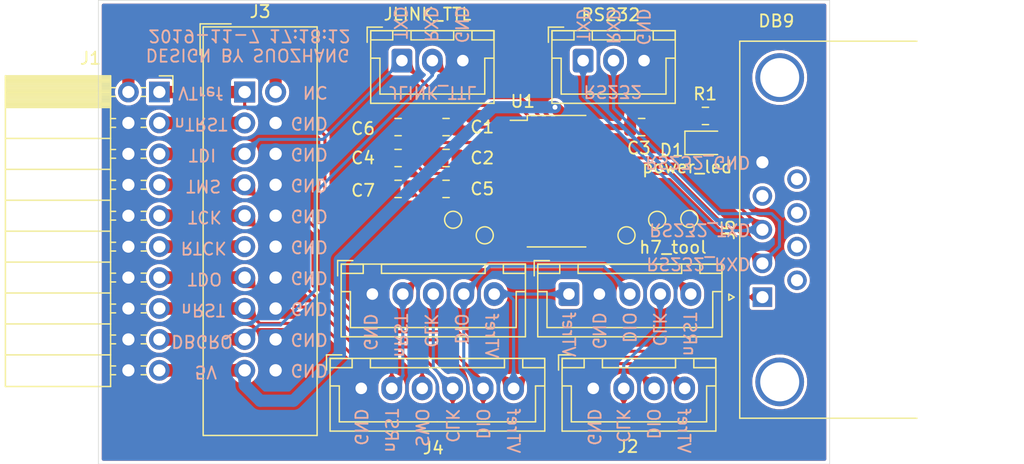
<source format=kicad_pcb>
(kicad_pcb (version 20171130) (host pcbnew "(5.1.4)-1")
  (layers (0 F.Cu signal) (31 B.Cu signal) (34 B.Paste user) (35 F.Paste user) (36 B.SilkS user) (37 F.SilkS user) (38 B.Mask user) (39 F.Mask user) (44 Edge.Cuts user))
  (net 0 "")
  (net 1 GND)
  (net 2 "Net-(C1-Pad1)")
  (net 3 "Net-(C2-Pad1)")
  (net 4 /5V-Supply)
  (net 5 "Net-(C4-Pad2)")
  (net 6 "Net-(C6-Pad2)")
  (net 7 "Net-(C7-Pad2)")
  (net 8 /DBGRQ)
  (net 9 /nRESET)
  (net 10 /TDO)
  (net 11 /TCK)
  (net 12 /TMS)
  (net 13 /JLINK_TXD)
  (net 14 /VTref)
  (net 15 /RS232_TXD)
  (net 16 /RS232_RXD)
  (net 17 /RTCK)
  (net 18 /nTRST)
  (net 19 "Net-(C5-Pad2)")
  (net 20 "Net-(D1-Pad2)")
  (net 21 "Net-(J5-Pad1)")
  (net 22 "Net-(TP1-Pad1)")
  (net 23 "Net-(TP2-Pad1)")
  (net 24 "Net-(TP4-Pad1)")
  (net 25 "Net-(TP5-Pad1)")
  (module TestPoint:TestPoint_Pad_D1.0mm (layer F.Cu) (at 201.6992 56.769)
    (fp_text reference TP5 hide)
    (fp_text value TestPoint)
    (pad 1 smd circle (at 0 0.005) (size 1 1) (layers F.Cu F.Mask) (net 25 "Net-(TP5-Pad1)"))
  )
  (module TestPoint:TestPoint_Pad_D1.0mm (layer F.Cu) (at 199.1084 55.494)
    (fp_text reference TP4 hide)
    (fp_text value TestPoint)
    (pad 1 smd circle (at 0 0) (size 1 1) (layers F.Cu F.Mask) (net 24 "Net-(TP4-Pad1)"))
  )
  (module TestPoint:TestPoint_Pad_D1.0mm (layer F.Cu) (at 218.4886 55.4228)
    (fp_text reference TP3 hide)
    (fp_text value TestPoint)
    (pad 1 smd circle (at 0 0) (size 1 1) (layers F.Cu F.Mask) (net 21 "Net-(J5-Pad1)"))
  )
  (module TestPoint:TestPoint_Pad_D1.0mm (layer F.Cu) (at 213.3324 56.769)
    (fp_text reference TP2 hide)
    (fp_text value TestPoint)
    (pad 1 smd circle (at 0 0) (size 1 1) (layers F.Cu F.Mask) (net 23 "Net-(TP2-Pad1)"))
  )
  (module TestPoint:TestPoint_Pad_D1.0mm (layer F.Cu) (at 215.847 55.499)
    (fp_text reference TP1 hide)
    (fp_text value TestPoint)
    (pad 1 smd circle (at 0 -0.005) (size 1 1) (layers F.Cu F.Mask) (net 22 "Net-(TP1-Pad1)"))
  )
  (module Resistor_SMD:R_0805_2012Metric (layer F.Cu) (at 219.8094 46.9646 180)
    (fp_text reference R1 (at 0.0254 1.8034) (layer F.SilkS))
    (fp_text value 10K)
    (pad 2 smd roundrect (at 0.9375 0 180) (size 0.975 1.4) (layers F.Cu F.Paste F.Mask) (net 4 /5V-Supply))
    (pad 1 smd roundrect (at -0.9375 0 180) (size 0.975 1.4) (layers F.Cu F.Paste F.Mask) (net 20 "Net-(D1-Pad2)"))
  )
  (module LED_SMD:LED_0805_2012Metric (layer F.Cu) (at 219.8094 49.1744)
    (fp_text reference D1 (at -2.7686 0.6096) (layer F.SilkS))
    (fp_text value green)
    (pad 2 smd roundrect (at 0.9375 0) (size 0.975 1.4) (layers F.Cu F.Paste F.Mask) (net 20 "Net-(D1-Pad2)"))
    (pad 1 smd roundrect (at -0.9375 0) (size 0.975 1.4) (layers F.Cu F.Paste F.Mask) (net 1 GND))
  )
  (module Connector_JST:JST_XH_B5B-XH-A_1x05_P2.50mm_Vertical (layer F.Cu) (at 192.479 61.595)
    (fp_text reference J9 hide)
    (fp_text value XH-5A)
    (pad 5 thru_hole oval (at 10 0) (size 1.7 1.95) (drill 0.95) (layers *.Cu *.Mask) (net 14 /VTref))
    (pad 4 thru_hole oval (at 7.5 0) (size 1.7 1.95) (drill 0.95) (layers *.Cu *.Mask) (net 12 /TMS))
    (pad 3 thru_hole oval (at 5 0) (size 1.7 1.95) (drill 0.95) (layers *.Cu *.Mask) (net 11 /TCK))
    (pad 2 thru_hole oval (at 2.5 0) (size 1.7 1.95) (drill 0.95) (layers *.Cu *.Mask) (net 9 /nRESET))
    (pad 1 thru_hole roundrect (at 0 0) (size 1.7 1.95) (drill 0.95) (layers *.Cu *.Mask) (roundrect_rratio 0.147059) (net 1 GND))
  )
  (module Package_SO:SOP-16_4.4x10.4mm_P1.27mm (layer F.Cu) (at 207.592 52.324)
    (fp_text reference U1 (at -2.7686 -6.5532) (layer F.SilkS))
    (fp_text value UT3232G-S16-R)
    (pad 16 smd rect (at 3.15 -4.45) (size 1.3 0.8) (layers F.Cu F.Paste F.Mask) (net 4 /5V-Supply))
    (pad 15 smd rect (at 3.15 -3.17) (size 1.3 0.8) (layers F.Cu F.Paste F.Mask) (net 1 GND))
    (pad 14 smd rect (at 3.15 -1.91) (size 1.3 0.8) (layers F.Cu F.Paste F.Mask) (net 15 /RS232_TXD))
    (pad 13 smd rect (at 3.15 -0.64) (size 1.3 0.8) (layers F.Cu F.Paste F.Mask) (net 16 /RS232_RXD))
    (pad 12 smd rect (at 3.15 0.64) (size 1.3 0.8) (layers F.Cu F.Paste F.Mask) (net 8 /DBGRQ))
    (pad 11 smd rect (at 3.15 1.91) (size 1.3 0.8) (layers F.Cu F.Paste F.Mask) (net 13 /JLINK_TXD))
    (pad 10 smd rect (at 3.15 3.17) (size 1.3 0.8) (layers F.Cu F.Paste F.Mask) (net 22 "Net-(TP1-Pad1)"))
    (pad 9 smd rect (at 3.15 4.45) (size 1.3 0.8) (layers F.Cu F.Paste F.Mask) (net 23 "Net-(TP2-Pad1)"))
    (pad 8 smd rect (at -3.15 4.45) (size 1.3 0.8) (layers F.Cu F.Paste F.Mask) (net 25 "Net-(TP5-Pad1)"))
    (pad 7 smd rect (at -3.15 3.17) (size 1.3 0.8) (layers F.Cu F.Paste F.Mask) (net 24 "Net-(TP4-Pad1)"))
    (pad 6 smd rect (at -3.15 1.91) (size 1.3 0.8) (layers F.Cu F.Paste F.Mask) (net 7 "Net-(C7-Pad2)"))
    (pad 5 smd rect (at -3.15 0.64) (size 1.3 0.8) (layers F.Cu F.Paste F.Mask) (net 19 "Net-(C5-Pad2)"))
    (pad 4 smd rect (at -3.15 -0.64) (size 1.3 0.8) (layers F.Cu F.Paste F.Mask) (net 5 "Net-(C4-Pad2)"))
    (pad 3 smd rect (at -3.15 -1.91) (size 1.3 0.8) (layers F.Cu F.Paste F.Mask) (net 3 "Net-(C2-Pad1)"))
    (pad 2 smd rect (at -3.15 -3.17) (size 1.3 0.8) (layers F.Cu F.Paste F.Mask) (net 6 "Net-(C6-Pad2)"))
    (pad 1 smd rect (at -3.15 -4.45) (size 1.3 0.8) (layers F.Cu F.Paste F.Mask) (net 2 "Net-(C1-Pad1)"))
  )
  (module Connector_JST:JST_XH_B5B-XH-A_1x05_P2.50mm_Vertical (layer F.Cu) (at 208.608 61.595)
    (fp_text reference J8 hide)
    (fp_text value XH-5A)
    (pad 5 thru_hole oval (at 10 0) (size 1.7 1.95) (drill 0.95) (layers *.Cu *.Mask) (net 9 /nRESET))
    (pad 4 thru_hole oval (at 7.5 0) (size 1.7 1.95) (drill 0.95) (layers *.Cu *.Mask) (net 11 /TCK))
    (pad 3 thru_hole oval (at 5 0) (size 1.7 1.95) (drill 0.95) (layers *.Cu *.Mask) (net 12 /TMS))
    (pad 2 thru_hole oval (at 2.5 0) (size 1.7 1.95) (drill 0.95) (layers *.Cu *.Mask) (net 1 GND))
    (pad 1 thru_hole roundrect (at 0 0) (size 1.7 1.95) (drill 0.95) (layers *.Cu *.Mask) (roundrect_rratio 0.147059) (net 14 /VTref))
  )
  (module Connector_PinSocket_2.54mm:PinSocket_2x10_P2.54mm_Horizontal (layer F.Cu) (at 175 45)
    (fp_text reference J1 (at -5.65 -2.77) (layer F.SilkS))
    (fp_text value "排母 2*10P 2.54mm 弯针" hide)
    (pad 20 thru_hole oval (at -2.54 22.86) (size 1.7 1.7) (drill 1) (layers *.Cu *.Mask) (net 1 GND))
    (pad 19 thru_hole oval (at 0 22.86) (size 1.7 1.7) (drill 1) (layers *.Cu *.Mask) (net 4 /5V-Supply))
    (pad 18 thru_hole oval (at -2.54 20.32) (size 1.7 1.7) (drill 1) (layers *.Cu *.Mask) (net 1 GND))
    (pad 17 thru_hole oval (at 0 20.32) (size 1.7 1.7) (drill 1) (layers *.Cu *.Mask) (net 8 /DBGRQ))
    (pad 16 thru_hole oval (at -2.54 17.78) (size 1.7 1.7) (drill 1) (layers *.Cu *.Mask) (net 1 GND))
    (pad 15 thru_hole oval (at 0 17.78) (size 1.7 1.7) (drill 1) (layers *.Cu *.Mask) (net 9 /nRESET))
    (pad 14 thru_hole oval (at -2.54 15.24) (size 1.7 1.7) (drill 1) (layers *.Cu *.Mask) (net 1 GND))
    (pad 13 thru_hole oval (at 0 15.24) (size 1.7 1.7) (drill 1) (layers *.Cu *.Mask) (net 10 /TDO))
    (pad 12 thru_hole oval (at -2.54 12.7) (size 1.7 1.7) (drill 1) (layers *.Cu *.Mask) (net 1 GND))
    (pad 11 thru_hole oval (at 0 12.7) (size 1.7 1.7) (drill 1) (layers *.Cu *.Mask) (net 17 /RTCK))
    (pad 10 thru_hole oval (at -2.54 10.16) (size 1.7 1.7) (drill 1) (layers *.Cu *.Mask) (net 1 GND))
    (pad 9 thru_hole oval (at 0 10.16) (size 1.7 1.7) (drill 1) (layers *.Cu *.Mask) (net 11 /TCK))
    (pad 8 thru_hole oval (at -2.54 7.62) (size 1.7 1.7) (drill 1) (layers *.Cu *.Mask) (net 1 GND))
    (pad 7 thru_hole oval (at 0 7.62) (size 1.7 1.7) (drill 1) (layers *.Cu *.Mask) (net 12 /TMS))
    (pad 6 thru_hole oval (at -2.54 5.08) (size 1.7 1.7) (drill 1) (layers *.Cu *.Mask) (net 1 GND))
    (pad 5 thru_hole oval (at 0 5.08) (size 1.7 1.7) (drill 1) (layers *.Cu *.Mask) (net 13 /JLINK_TXD))
    (pad 4 thru_hole oval (at -2.54 2.54) (size 1.7 1.7) (drill 1) (layers *.Cu *.Mask) (net 1 GND))
    (pad 3 thru_hole oval (at 0 2.54) (size 1.7 1.7) (drill 1) (layers *.Cu *.Mask) (net 18 /nTRST))
    (pad 2 thru_hole oval (at -2.54 0) (size 1.7 1.7) (drill 1) (layers *.Cu *.Mask))
    (pad 1 thru_hole rect (at 0 0) (size 1.7 1.7) (drill 1) (layers *.Cu *.Mask) (net 14 /VTref))
  )
  (module Connector_IDC:IDC-Header_2x10_P2.54mm_Vertical (layer F.Cu) (at 182 45)
    (fp_text reference J3 (at 1.27 -6.604) (layer F.SilkS))
    (fp_text value "2.54mm 2*10P 直 简牛")
    (pad 20 thru_hole oval (at 2.54 22.86) (size 1.7272 1.7272) (drill 1.016) (layers *.Cu *.Mask) (net 1 GND))
    (pad 19 thru_hole oval (at 0 22.86) (size 1.7272 1.7272) (drill 1.016) (layers *.Cu *.Mask) (net 4 /5V-Supply))
    (pad 18 thru_hole oval (at 2.54 20.32) (size 1.7272 1.7272) (drill 1.016) (layers *.Cu *.Mask) (net 1 GND))
    (pad 17 thru_hole oval (at 0 20.32) (size 1.7272 1.7272) (drill 1.016) (layers *.Cu *.Mask) (net 8 /DBGRQ))
    (pad 16 thru_hole oval (at 2.54 17.78) (size 1.7272 1.7272) (drill 1.016) (layers *.Cu *.Mask) (net 1 GND))
    (pad 15 thru_hole oval (at 0 17.78) (size 1.7272 1.7272) (drill 1.016) (layers *.Cu *.Mask) (net 9 /nRESET))
    (pad 14 thru_hole oval (at 2.54 15.24) (size 1.7272 1.7272) (drill 1.016) (layers *.Cu *.Mask) (net 1 GND))
    (pad 13 thru_hole oval (at 0 15.24) (size 1.7272 1.7272) (drill 1.016) (layers *.Cu *.Mask) (net 10 /TDO))
    (pad 12 thru_hole oval (at 2.54 12.7) (size 1.7272 1.7272) (drill 1.016) (layers *.Cu *.Mask) (net 1 GND))
    (pad 11 thru_hole oval (at 0 12.7) (size 1.7272 1.7272) (drill 1.016) (layers *.Cu *.Mask) (net 17 /RTCK))
    (pad 10 thru_hole oval (at 2.54 10.16) (size 1.7272 1.7272) (drill 1.016) (layers *.Cu *.Mask) (net 1 GND))
    (pad 9 thru_hole oval (at 0 10.16) (size 1.7272 1.7272) (drill 1.016) (layers *.Cu *.Mask) (net 11 /TCK))
    (pad 8 thru_hole oval (at 2.54 7.62) (size 1.7272 1.7272) (drill 1.016) (layers *.Cu *.Mask) (net 1 GND))
    (pad 7 thru_hole oval (at 0 7.62) (size 1.7272 1.7272) (drill 1.016) (layers *.Cu *.Mask) (net 12 /TMS))
    (pad 6 thru_hole oval (at 2.54 5.08) (size 1.7272 1.7272) (drill 1.016) (layers *.Cu *.Mask) (net 1 GND))
    (pad 5 thru_hole oval (at 0 5.08) (size 1.7272 1.7272) (drill 1.016) (layers *.Cu *.Mask) (net 13 /JLINK_TXD))
    (pad 4 thru_hole oval (at 2.54 2.54) (size 1.7272 1.7272) (drill 1.016) (layers *.Cu *.Mask) (net 1 GND))
    (pad 3 thru_hole oval (at 0 2.54) (size 1.7272 1.7272) (drill 1.016) (layers *.Cu *.Mask) (net 18 /nTRST))
    (pad 2 thru_hole oval (at 2.54 0) (size 1.7272 1.7272) (drill 1.016) (layers *.Cu *.Mask))
    (pad 1 thru_hole rect (at 0 0) (size 1.7272 1.7272) (drill 1.016) (layers *.Cu *.Mask) (net 14 /VTref))
  )
  (module Connector_JST:JST_XH_B3B-XH-A_1x03_P2.50mm_Vertical (layer F.Cu) (at 209.77244 42.418)
    (fp_text reference J7 hide)
    (fp_text value XH-3A)
    (pad 3 thru_hole oval (at 5 0) (size 1.7 1.95) (drill 0.95) (layers *.Cu *.Mask) (net 1 GND))
    (pad 2 thru_hole oval (at 2.5 0) (size 1.7 1.95) (drill 0.95) (layers *.Cu *.Mask) (net 16 /RS232_RXD))
    (pad 1 thru_hole roundrect (at 0 0) (size 1.7 1.95) (drill 0.95) (layers *.Cu *.Mask) (roundrect_rratio 0.147059) (net 15 /RS232_TXD))
  )
  (module Connector_JST:JST_XH_B3B-XH-A_1x03_P2.50mm_Vertical (layer F.Cu) (at 194.90122 42.418)
    (fp_text reference J6 hide)
    (fp_text value XH-3A)
    (pad 3 thru_hole oval (at 5 0) (size 1.7 1.95) (drill 0.95) (layers *.Cu *.Mask) (net 1 GND))
    (pad 2 thru_hole oval (at 2.5 0) (size 1.7 1.95) (drill 0.95) (layers *.Cu *.Mask) (net 8 /DBGRQ))
    (pad 1 thru_hole roundrect (at 0 0) (size 1.7 1.95) (drill 0.95) (layers *.Cu *.Mask) (roundrect_rratio 0.147059) (net 13 /JLINK_TXD))
  )
  (module Connector_Dsub:DSUB-9_Male_Horizontal_P2.77x2.84mm_EdgePinOffset9.90mm_Housed_MountingHolesOffset11.32mm (layer F.Cu) (at 224.483 61.849 90)
    (fp_text reference J5 (at 5.54 -2.8 90) (layer F.SilkS))
    (fp_text value "DMR-XP 公头叉锁 9P 半金")
    (pad 0 thru_hole circle (at 18.04 1.42 90) (size 4 4) (drill 3.2) (layers *.Cu *.Mask))
    (pad 0 thru_hole circle (at -6.96 1.42 90) (size 4 4) (drill 3.2) (layers *.Cu *.Mask))
    (pad 9 thru_hole circle (at 9.695 2.84 90) (size 1.6 1.6) (drill 1) (layers *.Cu *.Mask))
    (pad 8 thru_hole circle (at 6.925 2.84 90) (size 1.6 1.6) (drill 1) (layers *.Cu *.Mask))
    (pad 7 thru_hole circle (at 4.155 2.84 90) (size 1.6 1.6) (drill 1) (layers *.Cu *.Mask))
    (pad 6 thru_hole circle (at 1.385 2.84 90) (size 1.6 1.6) (drill 1) (layers *.Cu *.Mask))
    (pad 5 thru_hole circle (at 11.08 0 90) (size 1.6 1.6) (drill 1) (layers *.Cu *.Mask) (net 1 GND))
    (pad 4 thru_hole circle (at 8.31 0 90) (size 1.6 1.6) (drill 1) (layers *.Cu *.Mask))
    (pad 3 thru_hole circle (at 5.54 0 90) (size 1.6 1.6) (drill 1) (layers *.Cu *.Mask) (net 15 /RS232_TXD))
    (pad 2 thru_hole circle (at 2.77 0 90) (size 1.6 1.6) (drill 1) (layers *.Cu *.Mask) (net 16 /RS232_RXD))
    (pad 1 thru_hole rect (at 0 0 90) (size 1.6 1.6) (drill 1) (layers *.Cu *.Mask) (net 21 "Net-(J5-Pad1)"))
  )
  (module Connector_JST:JST_XH_B6B-XH-A_1x06_P2.50mm_Vertical (layer F.Cu) (at 191.567887 69.342)
    (fp_text reference J4 (at 5.914913 4.9022) (layer F.SilkS))
    (fp_text value XH-6A)
    (pad 6 thru_hole oval (at 12.5 0) (size 1.7 1.95) (drill 0.95) (layers *.Cu *.Mask) (net 14 /VTref))
    (pad 5 thru_hole oval (at 10 0) (size 1.7 1.95) (drill 0.95) (layers *.Cu *.Mask) (net 12 /TMS))
    (pad 4 thru_hole oval (at 7.5 0) (size 1.7 1.95) (drill 0.95) (layers *.Cu *.Mask) (net 11 /TCK))
    (pad 3 thru_hole oval (at 5 0) (size 1.7 1.95) (drill 0.95) (layers *.Cu *.Mask) (net 10 /TDO))
    (pad 2 thru_hole oval (at 2.5 0) (size 1.7 1.95) (drill 0.95) (layers *.Cu *.Mask) (net 9 /nRESET))
    (pad 1 thru_hole roundrect (at 0 0) (size 1.7 1.95) (drill 0.95) (layers *.Cu *.Mask) (roundrect_rratio 0.147) (net 1 GND))
  )
  (module Connector_JST:JST_XH_B4B-XH-A_1x04_P2.50mm_Vertical (layer F.Cu) (at 210.605774 69.342)
    (fp_text reference J2 (at 2.853626 4.7752) (layer F.SilkS))
    (fp_text value XH-4A)
    (pad 4 thru_hole oval (at 7.5 0) (size 1.7 1.95) (drill 0.95) (layers *.Cu *.Mask) (net 14 /VTref))
    (pad 3 thru_hole oval (at 5 0) (size 1.7 1.95) (drill 0.95) (layers *.Cu *.Mask) (net 12 /TMS))
    (pad 2 thru_hole oval (at 2.5 0) (size 1.7 1.95) (drill 0.95) (layers *.Cu *.Mask) (net 11 /TCK))
    (pad 1 thru_hole roundrect (at 0 0) (size 1.7 1.95) (drill 0.95) (layers *.Cu *.Mask) (roundrect_rratio 0.147059) (net 1 GND))
  )
  (module Capacitor_SMD:C_0805_2012Metric (layer F.Cu) (at 194.5895 52.959)
    (fp_text reference C7 (at -2.8725 0.127) (layer F.SilkS))
    (fp_text value "220nF(224) ±10% 16V")
    (pad 2 smd roundrect (at 0.9375 0) (size 0.975 1.4) (layers F.Cu F.Paste F.Mask) (net 7 "Net-(C7-Pad2)"))
    (pad 1 smd roundrect (at -0.9375 0) (size 0.975 1.4) (layers F.Cu F.Paste F.Mask) (net 1 GND))
  )
  (module Capacitor_SMD:C_0805_2012Metric (layer F.Cu) (at 194.5895 47.879)
    (fp_text reference C6 (at -2.8725 0.127) (layer F.SilkS))
    (fp_text value "220nF(224) ±10% 16V")
    (pad 2 smd roundrect (at 0.9375 0) (size 0.975 1.4) (layers F.Cu F.Paste F.Mask) (net 6 "Net-(C6-Pad2)"))
    (pad 1 smd roundrect (at -0.9375 0) (size 0.975 1.4) (layers F.Cu F.Paste F.Mask) (net 1 GND))
  )
  (module Capacitor_SMD:C_0805_2012Metric (layer F.Cu) (at 198.5265 52.959)
    (fp_text reference C5 (at 2.9695 0) (layer F.SilkS))
    (fp_text value "220nF(224) ±10% 16V")
    (pad 2 smd roundrect (at 0.9375 0) (size 0.975 1.4) (layers F.Cu F.Paste F.Mask) (net 19 "Net-(C5-Pad2)"))
    (pad 1 smd roundrect (at -0.9375 0) (size 0.975 1.4) (layers F.Cu F.Paste F.Mask) (net 1 GND))
  )
  (module Capacitor_SMD:C_0805_2012Metric (layer F.Cu) (at 194.5895 50.419)
    (fp_text reference C4 (at -2.8725 0) (layer F.SilkS))
    (fp_text value "220nF(224) ±10% 16V")
    (pad 2 smd roundrect (at 0.9375 0) (size 0.975 1.4) (layers F.Cu F.Paste F.Mask) (net 5 "Net-(C4-Pad2)"))
    (pad 1 smd roundrect (at -0.9375 0) (size 0.975 1.4) (layers F.Cu F.Paste F.Mask) (net 1 GND))
  )
  (module Capacitor_SMD:C_0805_2012Metric (layer F.Cu) (at 214.577 47.879 180)
    (fp_text reference C3 (at 0.2286 -1.7272) (layer F.SilkS))
    (fp_text value "220nF(224) ±10% 16V")
    (pad 2 smd roundrect (at 0.9375 0 180) (size 0.975 1.4) (layers F.Cu F.Paste F.Mask) (net 4 /5V-Supply))
    (pad 1 smd roundrect (at -0.9375 0 180) (size 0.975 1.4) (layers F.Cu F.Paste F.Mask) (net 1 GND))
  )
  (module Capacitor_SMD:C_0805_2012Metric (layer F.Cu) (at 198.5265 50.419 180)
    (fp_text reference C2 (at -2.9695 0) (layer F.SilkS))
    (fp_text value "220nF(224) ±10% 16V")
    (pad 2 smd roundrect (at 0.9375 0 180) (size 0.975 1.4) (layers F.Cu F.Paste F.Mask) (net 1 GND))
    (pad 1 smd roundrect (at -0.9375 0 180) (size 0.975 1.4) (layers F.Cu F.Paste F.Mask) (net 3 "Net-(C2-Pad1)"))
  )
  (module Capacitor_SMD:C_0805_2012Metric (layer F.Cu) (at 198.5265 47.879 180)
    (fp_text reference C1 (at -2.9695 0) (layer F.SilkS))
    (fp_text value "220nF(224) ±10% 16V")
    (pad 2 smd roundrect (at 0.9375 0 180) (size 0.975 1.4) (layers F.Cu F.Paste F.Mask) (net 1 GND))
    (pad 1 smd roundrect (at -0.9375 0 180) (size 0.975 1.4) (layers F.Cu F.Paste F.Mask) (net 2 "Net-(C1-Pad1)"))
  )
  (gr_text VTref (at 178.382 45.085 180) (layer B.SilkS) (effects (font (size 1 1)) (justify mirror)))
  (gr_text nTRST (at 178.4074 47.630644 180) (layer B.SilkS) (effects (font (size 1 1)) (justify mirror)))
  (gr_text TDI (at 178.5344 50.176288 180) (layer B.SilkS) (effects (font (size 1 1)) (justify mirror)))
  (gr_text TMS (at 178.636 52.721932 180) (layer B.SilkS) (effects (font (size 1 1)) (justify mirror)))
  (gr_text TCK (at 178.7376 55.267576 180) (layer B.SilkS) (effects (font (size 1 1)) (justify mirror)))
  (gr_text RTCK (at 178.636 57.81322 180) (layer B.SilkS) (effects (font (size 1 1)) (justify mirror)))
  (gr_text TDO (at 178.7376 60.358864 180) (layer B.SilkS) (effects (font (size 1 1)) (justify mirror)))
  (gr_text nRST (at 178.5852 62.904508 180) (layer B.SilkS) (effects (font (size 1 1)) (justify mirror)))
  (gr_text DBGRQ (at 178.509 65.4812 180) (layer B.SilkS) (effects (font (size 1 1)) (justify mirror)))
  (gr_text 5V (at 178.8138 67.9958 180) (layer B.SilkS) (effects (font (size 1 1)) (justify mirror)))
  (gr_text NC (at 187.7974 45.0254 180) (layer B.SilkS) (effects (font (size 1 1)) (justify mirror)))
  (gr_text GND (at 187.2974 47.562577 180) (layer B.SilkS) (effects (font (size 1 1)) (justify mirror)))
  (gr_text GND (at 187.2974 50.099754 180) (layer B.SilkS) (effects (font (size 1 1)) (justify mirror)))
  (gr_text GND (at 187.2974 52.636931 180) (layer B.SilkS) (effects (font (size 1 1)) (justify mirror)))
  (gr_text GND (at 187.2974 55.174108 180) (layer B.SilkS) (effects (font (size 1 1)) (justify mirror)))
  (gr_text GND (at 187.2974 57.711285 180) (layer B.SilkS) (effects (font (size 1 1)) (justify mirror)))
  (gr_text GND (at 187.2974 60.248462 180) (layer B.SilkS) (effects (font (size 1 1)) (justify mirror)))
  (gr_text GND (at 187.2974 62.785639 180) (layer B.SilkS) (effects (font (size 1 1)) (justify mirror)))
  (gr_text GND (at 187.2974 65.322816 180) (layer B.SilkS) (effects (font (size 1 1)) (justify mirror)))
  (gr_text GND (at 187.2974 67.86 180) (layer B.SilkS) (effects (font (size 1 1)) (justify mirror)))
  (gr_text power_led (at 218.3108 51.1556) (layer F.SilkS) (effects (font (size 1 1))))
  (gr_text "2019-11-7 17:18:12" (at 182.3952 40.386 180) (layer B.SilkS) (effects (font (size 1 1)) (justify mirror)))
  (gr_text "DESIGN BY SUOZHANG" (at 182.2428 41.9608 180) (layer B.SilkS) (effects (font (size 1 1)) (justify mirror)))
  (gr_text RS232_GND (at 219.177581 50.7746 180) (layer B.SilkS) (effects (font (size 1 1)) (justify mirror)))
  (gr_text RS232_RXD (at 219.2252 59.1058 180) (layer B.SilkS) (effects (font (size 1 1)) (justify mirror)))
  (gr_text RS232_TXD (at 219.344248 56.3118 180) (layer B.SilkS) (effects (font (size 1 1)) (justify mirror)))
  (gr_text RS232 (at 212.2148 44.958 180) (layer B.SilkS) (effects (font (size 1 1)) (justify mirror)))
  (gr_text JLINK_TTL (at 197.4066 45.0342 180) (layer B.SilkS) (effects (font (size 1 1)) (justify mirror)))
  (gr_text DB9 (at 225.626 39.1668) (layer F.SilkS) (effects (font (size 1 1))))
  (gr_text GND (at 214.704 39.6494 270) (layer B.SilkS) (effects (font (size 1 1)) (justify mirror)))
  (gr_text RXD (at 212.2275 39.601781 270) (layer B.SilkS) (effects (font (size 1 1)) (justify mirror)))
  (gr_text TXD (at 209.751 39.482734 270) (layer B.SilkS) (effects (font (size 1 1)) (justify mirror)))
  (gr_text TXD (at 194.765 39.304934 270) (layer B.SilkS) (effects (font (size 1 1)) (justify mirror)))
  (gr_text RXD (at 197.2796 39.423981 270) (layer B.SilkS) (effects (font (size 1 1)) (justify mirror)))
  (gr_text GND (at 199.7942 39.4716 270) (layer B.SilkS) (effects (font (size 1 1)) (justify mirror)))
  (gr_text GND (at 211.06545 64.611285 270) (layer B.SilkS) (effects (font (size 1 1)) (justify mirror)))
  (gr_text VTref (at 208.5826 64.920809 270) (layer B.SilkS) (effects (font (size 1 1)) (justify mirror)))
  (gr_text DIO (at 213.5483 64.349381 270) (layer B.SilkS) (effects (font (size 1 1)) (justify mirror)))
  (gr_text CLK (at 216.03115 64.492238 270) (layer B.SilkS) (effects (font (size 1 1)) (justify mirror)))
  (gr_text nRST (at 218.514 64.897 270) (layer B.SilkS) (effects (font (size 1 1)) (justify mirror)))
  (gr_text GND (at 210.6654 72.523076 270) (layer B.SilkS) (effects (font (size 1 1)) (justify mirror)))
  (gr_text VTref (at 218.037887 72.8326 270) (layer B.SilkS) (effects (font (size 1 1)) (justify mirror)))
  (gr_text DIO (at 215.537887 72.261172 270) (layer B.SilkS) (effects (font (size 1 1)) (justify mirror)))
  (gr_text CLK (at 213.037887 72.404029 270) (layer B.SilkS) (effects (font (size 1 1)) (justify mirror)))
  (gr_text GND (at 192.3012 64.7192 270) (layer B.SilkS) (effects (font (size 1 1)) (justify mirror)))
  (gr_text VTref (at 202.264487 65.028724 270) (layer B.SilkS) (effects (font (size 1 1)) (justify mirror)))
  (gr_text DIO (at 199.773663 64.457296 270) (layer B.SilkS) (effects (font (size 1 1)) (justify mirror)))
  (gr_text CLK (at 197.282842 64.600153 270) (layer B.SilkS) (effects (font (size 1 1)) (justify mirror)))
  (gr_text nRST (at 194.792021 65.004915 270) (layer B.SilkS) (effects (font (size 1 1)) (justify mirror)))
  (gr_text GND (at 191.542487 72.523076 270) (layer B.SilkS) (effects (font (size 1 1)) (justify mirror)))
  (gr_text VTref (at 204.042487 72.8326 270) (layer B.SilkS) (effects (font (size 1 1)) (justify mirror)))
  (gr_text DIO (at 201.542487 72.261172 270) (layer B.SilkS) (effects (font (size 1 1)) (justify mirror)))
  (gr_text CLK (at 199.042487 72.404029 270) (layer B.SilkS) (effects (font (size 1 1)) (justify mirror)))
  (gr_text SWO (at 196.542487 72.570695 270) (layer B.SilkS) (effects (font (size 1 1)) (justify mirror)))
  (gr_text nRST (at 194.042487 72.808791 270) (layer B.SilkS) (effects (font (size 1 1)) (justify mirror)))
  (gr_text RS232 (at 212.037 38.6588) (layer F.SilkS) (effects (font (size 1 1))))
  (gr_text JLINK_TTL (at 197.0002 38.608) (layer F.SilkS) (effects (font (size 1 1))))
  (gr_text h7_tool (at 217.1424 57.7596) (layer F.SilkS) (effects (font (size 1 1))))
  (gr_line (start 230 37.465) (end 230 75.565) (layer Edge.Cuts) (width 0.05))
  (gr_line (start 170 75.565) (end 230 75.565) (layer Edge.Cuts) (width 0.05))
  (gr_line (start 170 37.465) (end 230 37.465) (layer Edge.Cuts) (width 0.05))
  (gr_line (start 170 37.465) (end 170 75.565) (layer Edge.Cuts) (width 0.05))
  (segment (start 184.54 43.115) (end 184.54 45) (width 1) (layer F.Cu) (net 0))
  (segment (start 183.335 41.91) (end 184.54 43.115) (width 1) (layer F.Cu) (net 0))
  (segment (start 173.81 41.91) (end 183.335 41.91) (width 1) (layer F.Cu) (net 0))
  (segment (start 172.46 45) (end 172.46 43.26) (width 1) (layer F.Cu) (net 0))
  (segment (start 172.46 43.26) (end 173.81 41.91) (width 1) (layer F.Cu) (net 0))
  (segment (start 172.46 47.54) (end 172.46 67.86) (width 1) (layer F.Cu) (net 1))
  (segment (start 204.342 47.879) (end 199.464 47.879) (width 0.25) (layer F.Cu) (net 2))
  (segment (start 204.342 50.419) (end 199.464 50.419) (width 0.25) (layer F.Cu) (net 3))
  (segment (start 175 67.86) (end 182 67.86) (width 1) (layer F.Cu) (net 4))
  (segment (start 210.842 47.879) (end 211.742 47.879) (width 0.25) (layer F.Cu) (net 4))
  (segment (start 211.742 47.879) (end 213.6395 47.879) (width 0.25) (layer F.Cu) (net 4))
  (segment (start 209.092 47.874) (end 207.465 46.247) (width 1) (layer F.Cu) (net 4))
  (segment (start 210.742 47.874) (end 209.092 47.874) (width 1) (layer F.Cu) (net 4))
  (segment (start 207.465 46.247) (end 207.465 46.247) (width 1) (layer F.Cu) (net 4))
  (via (at 207.465 46.247) (size 0.8) (drill 0.4) (layers F.Cu B.Cu) (net 4))
  (segment (start 202.366 46.247) (end 207.465 46.247) (width 1) (layer B.Cu) (net 4))
  (segment (start 182 69.081314) (end 183.276686 70.358) (width 1) (layer B.Cu) (net 4))
  (segment (start 182 67.86) (end 182 69.081314) (width 1) (layer B.Cu) (net 4))
  (segment (start 183.276686 70.358) (end 186.002 70.358) (width 1) (layer B.Cu) (net 4))
  (segment (start 186.002 70.358) (end 189.812 66.548) (width 1) (layer B.Cu) (net 4))
  (segment (start 189.812 66.548) (end 189.812 58.801) (width 1) (layer B.Cu) (net 4))
  (segment (start 189.812 58.801) (end 202.366 46.247) (width 1) (layer B.Cu) (net 4))
  (segment (start 218.315663 46.408363) (end 214.168037 46.408363) (width 0.5) (layer F.Cu) (net 4))
  (segment (start 218.8719 46.9646) (end 218.315663 46.408363) (width 0.5) (layer F.Cu) (net 4))
  (segment (start 213.6395 46.9369) (end 213.6395 47.879) (width 0.5) (layer F.Cu) (net 4))
  (segment (start 214.168037 46.408363) (end 213.6395 46.9369) (width 0.5) (layer F.Cu) (net 4))
  (segment (start 210.747 47.879) (end 210.742 47.874) (width 0.5) (layer F.Cu) (net 4))
  (segment (start 213.6395 47.879) (end 210.747 47.879) (width 0.5) (layer F.Cu) (net 4))
  (segment (start 196.797 51.689) (end 195.527 50.419) (width 0.25) (layer F.Cu) (net 5))
  (segment (start 204.342 51.689) (end 196.797 51.689) (width 0.25) (layer F.Cu) (net 5))
  (segment (start 196.797 49.149) (end 195.527 47.879) (width 0.25) (layer F.Cu) (net 6))
  (segment (start 204.342 49.149) (end 196.797 49.149) (width 0.25) (layer F.Cu) (net 6))
  (segment (start 196.797 54.229) (end 195.527 52.959) (width 0.25) (layer F.Cu) (net 7))
  (segment (start 204.342 54.229) (end 196.797 54.229) (width 0.25) (layer F.Cu) (net 7))
  (segment (start 175 65.32) (end 182 65.32) (width 1) (layer F.Cu) (net 8))
  (segment (start 197.40122 43.643) (end 187.78 53.26422) (width 0.25) (layer B.Cu) (net 8))
  (segment (start 197.40122 42.418) (end 197.40122 43.643) (width 0.25) (layer B.Cu) (net 8))
  (segment (start 182.863599 64.456401) (end 182 65.32) (width 0.25) (layer B.Cu) (net 8))
  (segment (start 183.188601 64.131399) (end 182.863599 64.456401) (width 0.25) (layer B.Cu) (net 8))
  (segment (start 184.947731 64.131399) (end 183.188601 64.131399) (width 0.25) (layer B.Cu) (net 8))
  (segment (start 187.78 61.29913) (end 184.947731 64.131399) (width 0.25) (layer B.Cu) (net 8))
  (segment (start 187.78 53.26422) (end 187.78 61.29913) (width 0.25) (layer B.Cu) (net 8))
  (segment (start 209.883 52.964) (end 210.742 52.964) (width 0.25) (layer F.Cu) (net 8))
  (segment (start 197.40122 42.418) (end 197.40122 42.543) (width 0.25) (layer F.Cu) (net 8))
  (segment (start 200.32422 45.466) (end 204.671 45.466) (width 0.25) (layer F.Cu) (net 8))
  (segment (start 204.671 45.466) (end 206.83 47.625) (width 0.25) (layer F.Cu) (net 8))
  (segment (start 206.83 47.625) (end 206.83 49.911) (width 0.25) (layer F.Cu) (net 8))
  (segment (start 197.40122 42.543) (end 200.32422 45.466) (width 0.25) (layer F.Cu) (net 8))
  (segment (start 206.83 49.911) (end 209.883 52.964) (width 0.25) (layer F.Cu) (net 8))
  (segment (start 175 62.78) (end 182 62.78) (width 1) (layer F.Cu) (net 9))
  (segment (start 194.067887 69.217) (end 195.019 68.265887) (width 0.25) (layer B.Cu) (net 9))
  (segment (start 194.067887 69.342) (end 194.067887 69.217) (width 0.25) (layer B.Cu) (net 9))
  (segment (start 194.979 68.225887) (end 194.979 61.595) (width 0.25) (layer B.Cu) (net 9))
  (segment (start 195.019 68.265887) (end 194.979 68.225887) (width 0.25) (layer B.Cu) (net 9))
  (segment (start 194.979 61.47) (end 197.3686 59.0804) (width 0.25) (layer F.Cu) (net 9))
  (segment (start 194.979 61.595) (end 194.979 61.47) (width 0.25) (layer F.Cu) (net 9))
  (segment (start 218.608 61.47) (end 218.608 61.595) (width 0.25) (layer F.Cu) (net 9))
  (segment (start 216.2184 59.0804) (end 218.608 61.47) (width 0.25) (layer F.Cu) (net 9))
  (segment (start 197.3686 59.0804) (end 216.2184 59.0804) (width 0.25) (layer F.Cu) (net 9))
  (segment (start 183.228 64.008) (end 182 62.78) (width 0.254) (layer F.Cu) (net 9))
  (segment (start 188.2372 64.008) (end 183.228 64.008) (width 0.25) (layer F.Cu) (net 9))
  (segment (start 191.3614 67.1322) (end 188.2372 64.008) (width 0.25) (layer F.Cu) (net 9))
  (segment (start 193.083087 67.1322) (end 191.3614 67.1322) (width 0.25) (layer F.Cu) (net 9))
  (segment (start 194.067887 69.342) (end 194.067887 68.117) (width 0.25) (layer F.Cu) (net 9))
  (segment (start 194.067887 68.117) (end 193.083087 67.1322) (width 0.25) (layer F.Cu) (net 9))
  (segment (start 175 60.24) (end 182 60.24) (width 1) (layer F.Cu) (net 10))
  (segment (start 183.349399 61.589399) (end 182.863599 61.103599) (width 0.254) (layer F.Cu) (net 10))
  (segment (start 196.567887 69.342) (end 196.567887 69.217) (width 0.254) (layer F.Cu) (net 10))
  (segment (start 196.543 69.192113) (end 196.543 68.834) (width 0.254) (layer F.Cu) (net 10))
  (segment (start 196.567887 69.217) (end 196.543 69.192113) (width 0.254) (layer F.Cu) (net 10))
  (segment (start 182.863599 61.103599) (end 182 60.24) (width 0.254) (layer F.Cu) (net 10))
  (segment (start 185.108529 61.589399) (end 183.349399 61.589399) (width 0.25) (layer F.Cu) (net 10))
  (segment (start 196.567887 68.117) (end 194.922687 66.4718) (width 0.25) (layer F.Cu) (net 10))
  (segment (start 196.567887 69.342) (end 196.567887 68.117) (width 0.25) (layer F.Cu) (net 10))
  (segment (start 194.922687 66.4718) (end 191.6408 66.4718) (width 0.25) (layer F.Cu) (net 10))
  (segment (start 191.6408 66.4718) (end 187.82967 62.66067) (width 0.25) (layer F.Cu) (net 10))
  (segment (start 187.82967 62.66067) (end 186.1798 62.66067) (width 0.25) (layer F.Cu) (net 10))
  (segment (start 186.1798 62.66067) (end 185.108529 61.589399) (width 0.25) (layer F.Cu) (net 10))
  (segment (start 182 55.16) (end 175 55.16) (width 1) (layer F.Cu) (net 11))
  (segment (start 182.863599 56.023599) (end 182 55.16) (width 0.254) (layer F.Cu) (net 11))
  (segment (start 183.190601 56.350601) (end 182.863599 56.023599) (width 0.254) (layer F.Cu) (net 11))
  (segment (start 199.067887 69.342) (end 199.067887 68.818887) (width 0.254) (layer F.Cu) (net 11))
  (segment (start 199.067887 70.567) (end 201.144887 72.644) (width 0.25) (layer F.Cu) (net 11))
  (segment (start 199.067887 69.342) (end 199.067887 70.567) (width 0.25) (layer F.Cu) (net 11))
  (segment (start 201.144887 72.644) (end 211.148 72.644) (width 0.25) (layer F.Cu) (net 11))
  (segment (start 213.105774 70.686226) (end 213.105774 69.342) (width 0.25) (layer F.Cu) (net 11))
  (segment (start 211.148 72.644) (end 213.105774 70.686226) (width 0.25) (layer F.Cu) (net 11))
  (segment (start 197.479 67.628113) (end 197.479 61.595) (width 0.25) (layer B.Cu) (net 11))
  (segment (start 199.067887 69.342) (end 199.067887 69.217) (width 0.25) (layer B.Cu) (net 11))
  (segment (start 199.067887 69.217) (end 197.479 67.628113) (width 0.25) (layer B.Cu) (net 11))
  (segment (start 213.105774 69.342) (end 213.105774 67.384226) (width 0.25) (layer B.Cu) (net 11))
  (segment (start 216.108 64.382) (end 216.108 61.595) (width 0.25) (layer B.Cu) (net 11))
  (segment (start 213.105774 67.384226) (end 216.108 64.382) (width 0.25) (layer B.Cu) (net 11))
  (segment (start 185.734599 56.350601) (end 183.190601 56.350601) (width 0.254) (layer F.Cu) (net 11))
  (segment (start 187.0942 57.710202) (end 185.734599 56.350601) (width 0.25) (layer F.Cu) (net 11))
  (segment (start 187.0942 61.1124) (end 187.0942 57.710202) (width 0.25) (layer F.Cu) (net 11))
  (segment (start 191.9202 65.9384) (end 187.0942 61.1124) (width 0.25) (layer F.Cu) (net 11))
  (segment (start 195.789287 65.9384) (end 191.9202 65.9384) (width 0.25) (layer F.Cu) (net 11))
  (segment (start 199.067887 69.342) (end 199.067887 69.217) (width 0.25) (layer F.Cu) (net 11))
  (segment (start 199.067887 69.217) (end 195.789287 65.9384) (width 0.25) (layer F.Cu) (net 11))
  (segment (start 175 52.62) (end 182 52.62) (width 1) (layer F.Cu) (net 12))
  (segment (start 182.863599 53.483599) (end 182 52.62) (width 0.254) (layer F.Cu) (net 12))
  (segment (start 201.567887 68.778887) (end 198.956 66.167) (width 0.254) (layer F.Cu) (net 12))
  (segment (start 201.567887 69.342) (end 201.567887 68.778887) (width 0.254) (layer F.Cu) (net 12))
  (segment (start 184.948601 53.810601) (end 183.190601 53.810601) (width 0.254) (layer F.Cu) (net 12))
  (segment (start 183.190601 53.810601) (end 182.863599 53.483599) (width 0.254) (layer F.Cu) (net 12))
  (segment (start 201.567887 70.567) (end 202.628887 71.628) (width 0.25) (layer F.Cu) (net 12))
  (segment (start 201.567887 69.342) (end 201.567887 70.567) (width 0.25) (layer F.Cu) (net 12))
  (segment (start 202.628887 71.628) (end 204.798 71.628) (width 0.25) (layer F.Cu) (net 12))
  (segment (start 204.798 71.628) (end 209.116 67.31) (width 0.25) (layer F.Cu) (net 12))
  (segment (start 215.605774 69.217) (end 215.605774 69.342) (width 0.25) (layer F.Cu) (net 12))
  (segment (start 213.698774 67.31) (end 215.605774 69.217) (width 0.25) (layer F.Cu) (net 12))
  (segment (start 209.116 67.31) (end 213.698774 67.31) (width 0.25) (layer F.Cu) (net 12))
  (segment (start 199.979 67.628113) (end 199.979 61.595) (width 0.25) (layer B.Cu) (net 12))
  (segment (start 201.567887 69.342) (end 201.567887 69.217) (width 0.25) (layer B.Cu) (net 12))
  (segment (start 201.567887 69.217) (end 199.979 67.628113) (width 0.25) (layer B.Cu) (net 12))
  (segment (start 199.979 61.47) (end 202.14 59.309) (width 0.25) (layer B.Cu) (net 12))
  (segment (start 199.979 61.595) (end 199.979 61.47) (width 0.25) (layer B.Cu) (net 12))
  (segment (start 213.608 61.47) (end 213.608 61.595) (width 0.25) (layer B.Cu) (net 12))
  (segment (start 211.447 59.309) (end 213.608 61.47) (width 0.25) (layer B.Cu) (net 12))
  (segment (start 202.14 59.309) (end 211.447 59.309) (width 0.25) (layer B.Cu) (net 12))
  (segment (start 185.452363 53.810601) (end 184.948601 53.810601) (width 0.25) (layer F.Cu) (net 12))
  (segment (start 196.5684 65.3542) (end 192.2504 65.3542) (width 0.25) (layer F.Cu) (net 12))
  (segment (start 192.2504 65.3542) (end 188.1356 61.2394) (width 0.25) (layer F.Cu) (net 12))
  (segment (start 188.1356 61.2394) (end 188.1356 56.493838) (width 0.25) (layer F.Cu) (net 12))
  (segment (start 188.1356 56.493838) (end 185.452363 53.810601) (width 0.25) (layer F.Cu) (net 12))
  (segment (start 198.1432 65.3542) (end 198.956 66.167) (width 0.25) (layer F.Cu) (net 12))
  (segment (start 196.5684 65.3542) (end 198.1432 65.3542) (width 0.25) (layer F.Cu) (net 12))
  (segment (start 182 50.08) (end 175 50.08) (width 1) (layer F.Cu) (net 13))
  (segment (start 194.002848 43.316372) (end 194.90122 42.418) (width 0.25) (layer B.Cu) (net 13))
  (segment (start 188.427821 48.891399) (end 194.002848 43.316372) (width 0.25) (layer B.Cu) (net 13))
  (segment (start 183.188601 48.891399) (end 188.427821 48.891399) (width 0.25) (layer B.Cu) (net 13))
  (segment (start 182 50.08) (end 183.188601 48.891399) (width 0.25) (layer B.Cu) (net 13))
  (segment (start 198.58422 46.101) (end 194.90122 42.418) (width 0.25) (layer F.Cu) (net 13))
  (segment (start 204.417 46.101) (end 198.58422 46.101) (width 0.25) (layer F.Cu) (net 13))
  (segment (start 206.195 47.879) (end 204.417 46.101) (width 0.25) (layer F.Cu) (net 13))
  (segment (start 206.195 50.587) (end 206.195 47.879) (width 0.25) (layer F.Cu) (net 13))
  (segment (start 210.742 54.234) (end 209.842 54.234) (width 0.25) (layer F.Cu) (net 13))
  (segment (start 209.842 54.234) (end 206.195 50.587) (width 0.25) (layer F.Cu) (net 13))
  (segment (start 175 45) (end 182 45) (width 1) (layer F.Cu) (net 14))
  (segment (start 182 46.1176) (end 182 45) (width 0.254) (layer F.Cu) (net 14))
  (segment (start 182.231799 46.349399) (end 182 46.1176) (width 0.254) (layer F.Cu) (net 14))
  (segment (start 186.377399 46.349399) (end 182.231799 46.349399) (width 0.254) (layer F.Cu) (net 14))
  (segment (start 204.067887 69.246887) (end 200.226 65.405) (width 0.254) (layer F.Cu) (net 14))
  (segment (start 204.067887 69.342) (end 204.067887 69.246887) (width 0.254) (layer F.Cu) (net 14))
  (segment (start 187.907 47.879) (end 186.377399 46.349399) (width 0.254) (layer F.Cu) (net 14))
  (segment (start 204.067887 69.217) (end 206.990887 66.294) (width 0.25) (layer F.Cu) (net 14))
  (segment (start 204.067887 69.342) (end 204.067887 69.217) (width 0.25) (layer F.Cu) (net 14))
  (segment (start 218.105774 69.217) (end 218.105774 69.342) (width 0.25) (layer F.Cu) (net 14))
  (segment (start 215.182774 66.294) (end 218.105774 69.217) (width 0.25) (layer F.Cu) (net 14))
  (segment (start 206.990887 66.294) (end 215.182774 66.294) (width 0.25) (layer F.Cu) (net 14))
  (segment (start 203.579 61.595) (end 202.479 61.595) (width 0.25) (layer B.Cu) (net 14))
  (segment (start 204.067887 62.083887) (end 203.579 61.595) (width 0.25) (layer B.Cu) (net 14))
  (segment (start 204.067887 69.342) (end 204.067887 62.083887) (width 0.25) (layer B.Cu) (net 14))
  (segment (start 202.479 61.595) (end 208.608 61.595) (width 0.25) (layer B.Cu) (net 14))
  (segment (start 188.58561 48.55761) (end 187.907 47.879) (width 0.25) (layer F.Cu) (net 14))
  (segment (start 188.58561 60.77501) (end 188.58561 48.55761) (width 0.25) (layer F.Cu) (net 14))
  (segment (start 192.5044 64.6938) (end 188.58561 60.77501) (width 0.25) (layer F.Cu) (net 14))
  (segment (start 200.226 65.405) (end 199.5148 64.6938) (width 0.25) (layer F.Cu) (net 14))
  (segment (start 199.5148 64.6938) (end 192.5044 64.6938) (width 0.25) (layer F.Cu) (net 14))
  (segment (start 218.588 50.414) (end 224.483 56.309) (width 0.25) (layer F.Cu) (net 15))
  (segment (start 210.742 50.414) (end 218.588 50.414) (width 0.25) (layer F.Cu) (net 15))
  (segment (start 210.742 50.414) (end 212.042 50.414) (width 0.25) (layer F.Cu) (net 15))
  (segment (start 209.77244 45.36044) (end 209.77244 42.418) (width 0.25) (layer B.Cu) (net 15))
  (segment (start 220.8 56.388) (end 209.77244 45.36044) (width 0.25) (layer B.Cu) (net 15))
  (segment (start 224.483 56.309) (end 224.404 56.388) (width 0.25) (layer B.Cu) (net 15))
  (segment (start 224.404 56.388) (end 220.8 56.388) (width 0.25) (layer B.Cu) (net 15))
  (segment (start 217.088 51.684) (end 210.742 51.684) (width 0.25) (layer F.Cu) (net 16))
  (segment (start 224.483 59.079) (end 217.088 51.684) (width 0.25) (layer F.Cu) (net 16))
  (segment (start 212.27244 42.543) (end 212.27244 42.418) (width 0.25) (layer F.Cu) (net 16))
  (segment (start 225.282999 58.279001) (end 224.483 59.079) (width 0.25) (layer B.Cu) (net 16))
  (segment (start 212.27244 42.418) (end 212.27244 46.33644) (width 0.25) (layer B.Cu) (net 16))
  (segment (start 220.927 54.991) (end 225.245 54.991) (width 0.25) (layer B.Cu) (net 16))
  (segment (start 225.88 55.626) (end 225.88 57.682) (width 0.25) (layer B.Cu) (net 16))
  (segment (start 212.27244 46.33644) (end 220.927 54.991) (width 0.25) (layer B.Cu) (net 16))
  (segment (start 225.245 54.991) (end 225.88 55.626) (width 0.25) (layer B.Cu) (net 16))
  (segment (start 225.88 57.682) (end 225.282999 58.279001) (width 0.25) (layer B.Cu) (net 16))
  (segment (start 175 57.7) (end 182 57.7) (width 1) (layer F.Cu) (net 17))
  (segment (start 175 47.54) (end 182 47.54) (width 1) (layer F.Cu) (net 18))
  (segment (start 203.442 52.959) (end 199.464 52.959) (width 0.25) (layer F.Cu) (net 19))
  (segment (start 204.342 52.959) (end 203.442 52.959) (width 0.25) (layer F.Cu) (net 19))
  (segment (start 220.7469 49.1744) (end 220.7469 46.9646) (width 0.5) (layer F.Cu) (net 20))
  (segment (start 218.4886 56.129906) (end 218.4886 55.4228) (width 0.25) (layer F.Cu) (net 21))
  (segment (start 218.4886 56.9046) (end 218.4886 56.129906) (width 0.25) (layer F.Cu) (net 21))
  (segment (start 223.433 61.849) (end 218.4886 56.9046) (width 0.25) (layer F.Cu) (net 21))
  (segment (start 224.483 61.849) (end 223.433 61.849) (width 0.25) (layer F.Cu) (net 21))
  (segment (start 215.847 55.494) (end 210.742 55.494) (width 0.25) (layer F.Cu) (net 22))
  (segment (start 210.747 56.769) (end 210.742 56.774) (width 0.25) (layer F.Cu) (net 23))
  (segment (start 213.3324 56.769) (end 210.747 56.769) (width 0.25) (layer F.Cu) (net 23))
  (segment (start 204.442 55.494) (end 199.1084 55.494) (width 0.25) (layer F.Cu) (net 24))
  (segment (start 201.6992 56.774) (end 204.442 56.774) (width 0.25) (layer F.Cu) (net 25))
  (zone (net 1) (net_name GND) (layer F.Cu) (priority 16962) (connect_pads yes (clearance 0.2)) (min_thickness 0.0254) (fill yes (arc_segments 32) (thermal_gap 0.508) (thermal_bridge_width 0.508))
    (polygon (pts (xy 171.96 66.755) (xy 171.95905 66.832854) (xy 171.9562 66.904474) (xy 171.95145 66.969859) (xy 171.9448 67.029009) (xy 171.93625 67.081924) (xy 171.9258 67.128605) (xy 171.91345 67.16905) (xy 171.8992 67.203261) (xy 171.88305 67.231237) (xy 171.865 67.252979) (xy 172.46 68.285) (xy 173.055 67.252979) (xy 173.036949 67.231237) (xy 173.020799 67.203261) (xy 173.006549 67.16905) (xy 172.994199 67.128605) (xy 172.983749 67.081924) (xy 172.975199 67.029009) (xy 172.968549 66.969859) (xy 172.963799 66.904474) (xy 172.960949 66.832854) (xy 172.96 66.755)))
  )
  (zone (net 1) (net_name GND) (layer F.Cu) (priority 16962) (connect_pads yes (clearance 0.2)) (min_thickness 0.0254) (fill yes (arc_segments 32) (thermal_gap 0.508) (thermal_bridge_width 0.508))
    (polygon (pts (xy 172.96 48.645) (xy 172.960949 48.567145) (xy 172.963799 48.495525) (xy 172.968549 48.43014) (xy 172.975199 48.37099) (xy 172.983749 48.318075) (xy 172.994199 48.271394) (xy 173.006549 48.230949) (xy 173.020799 48.196738) (xy 173.036949 48.168762) (xy 173.055 48.147021) (xy 172.46 47.115) (xy 171.865 48.147021) (xy 171.88305 48.168762) (xy 171.8992 48.196738) (xy 171.91345 48.230949) (xy 171.9258 48.271394) (xy 171.93625 48.318075) (xy 171.9448 48.37099) (xy 171.95145 48.43014) (xy 171.9562 48.495525) (xy 171.95905 48.567145) (xy 171.96 48.645)))
  )
  (zone (net 4) (net_name /5V-Supply) (layer F.Cu) (priority 16962) (connect_pads yes (clearance 0.2)) (min_thickness 0.0254) (fill yes (arc_segments 32) (thermal_gap 0.508) (thermal_bridge_width 0.508))
    (polygon (pts (xy 176.105 67.36) (xy 176.027145 67.35905) (xy 175.955525 67.3562) (xy 175.89014 67.35145) (xy 175.83099 67.3448) (xy 175.778075 67.33625) (xy 175.731394 67.3258) (xy 175.690949 67.31345) (xy 175.656738 67.2992) (xy 175.628762 67.28305) (xy 175.607021 67.265) (xy 174.575 67.86) (xy 175.607021 68.455) (xy 175.628762 68.436949) (xy 175.656738 68.420799) (xy 175.690949 68.406549) (xy 175.731394 68.394199) (xy 175.778075 68.383749) (xy 175.83099 68.375199) (xy 175.89014 68.368549) (xy 175.955525 68.363799) (xy 176.027145 68.360949) (xy 176.105 68.36)))
  )
  (zone (net 4) (net_name /5V-Supply) (layer F.Cu) (priority 16962) (connect_pads yes (clearance 0.2)) (min_thickness 0.0254) (fill yes (arc_segments 32) (thermal_gap 0.508) (thermal_bridge_width 0.508))
    (polygon (pts (xy 180.87732 68.36) (xy 180.955008 68.361045) (xy 181.026676 68.36418) (xy 181.092323 68.369406) (xy 181.15195 68.376722) (xy 181.205555 68.386129) (xy 181.253139 68.397626) (xy 181.294702 68.411214) (xy 181.330245 68.426892) (xy 181.359766 68.444661) (xy 181.383267 68.46452) (xy 182.4318 67.86) (xy 181.383267 67.25548) (xy 181.359766 67.275338) (xy 181.330245 67.293107) (xy 181.294702 67.308785) (xy 181.253139 67.322373) (xy 181.205555 67.33387) (xy 181.15195 67.343277) (xy 181.092323 67.350593) (xy 181.026676 67.355819) (xy 180.955008 67.358954) (xy 180.87732 67.36)))
  )
  (zone (net 4) (net_name /5V-Supply) (layer B.Cu) (priority 16962) (connect_pads yes (clearance 0.2)) (min_thickness 0.0254) (fill yes (arc_segments 32) (thermal_gap 0.508) (thermal_bridge_width 0.508))
    (polygon (pts (xy 182.5 68.98268) (xy 182.501045 68.904991) (xy 182.50418 68.833323) (xy 182.509406 68.767676) (xy 182.516722 68.708049) (xy 182.526129 68.654444) (xy 182.537626 68.60686) (xy 182.551214 68.565297) (xy 182.566892 68.529754) (xy 182.584661 68.500233) (xy 182.60452 68.476733) (xy 182 67.4282) (xy 181.39548 68.476733) (xy 181.415338 68.500233) (xy 181.433107 68.529754) (xy 181.448785 68.565297) (xy 181.462373 68.60686) (xy 181.47387 68.654444) (xy 181.483277 68.708049) (xy 181.490593 68.767676) (xy 181.495819 68.833323) (xy 181.498954 68.904991) (xy 181.5 68.98268)))
  )
  (zone (net 8) (net_name /DBGRQ) (layer F.Cu) (priority 16962) (connect_pads yes (clearance 0.2)) (min_thickness 0.0254) (fill yes (arc_segments 32) (thermal_gap 0.508) (thermal_bridge_width 0.508))
    (polygon (pts (xy 176.105 64.82) (xy 176.027145 64.81905) (xy 175.955525 64.8162) (xy 175.89014 64.81145) (xy 175.83099 64.8048) (xy 175.778075 64.79625) (xy 175.731394 64.7858) (xy 175.690949 64.77345) (xy 175.656738 64.7592) (xy 175.628762 64.74305) (xy 175.607021 64.725) (xy 174.575 65.32) (xy 175.607021 65.915) (xy 175.628762 65.896949) (xy 175.656738 65.880799) (xy 175.690949 65.866549) (xy 175.731394 65.854199) (xy 175.778075 65.843749) (xy 175.83099 65.835199) (xy 175.89014 65.828549) (xy 175.955525 65.823799) (xy 176.027145 65.820949) (xy 176.105 65.82)))
  )
  (zone (net 8) (net_name /DBGRQ) (layer F.Cu) (priority 16962) (connect_pads yes (clearance 0.2)) (min_thickness 0.0254) (fill yes (arc_segments 32) (thermal_gap 0.508) (thermal_bridge_width 0.508))
    (polygon (pts (xy 180.87732 65.82) (xy 180.955008 65.821045) (xy 181.026676 65.82418) (xy 181.092323 65.829406) (xy 181.15195 65.836722) (xy 181.205555 65.846129) (xy 181.253139 65.857626) (xy 181.294702 65.871214) (xy 181.330245 65.886892) (xy 181.359766 65.904661) (xy 181.383267 65.92452) (xy 182.4318 65.32) (xy 181.383267 64.71548) (xy 181.359766 64.735338) (xy 181.330245 64.753107) (xy 181.294702 64.768785) (xy 181.253139 64.782373) (xy 181.205555 64.79387) (xy 181.15195 64.803277) (xy 181.092323 64.810593) (xy 181.026676 64.815819) (xy 180.955008 64.818954) (xy 180.87732 64.82)))
  )
  (zone (net 8) (net_name /DBGRQ) (layer B.Cu) (priority 16962) (connect_pads yes (clearance 0.2)) (min_thickness 0.0254) (fill yes (arc_segments 32) (thermal_gap 0.508) (thermal_bridge_width 0.508))
    (polygon (pts (xy 197.526219 43.643) (xy 197.530919 43.608508) (xy 197.545019 43.567949) (xy 197.568519 43.521321) (xy 197.601419 43.468625) (xy 197.643719 43.409861) (xy 197.695419 43.345029) (xy 197.756519 43.274129) (xy 197.827019 43.197161) (xy 197.906919 43.114125) (xy 197.99622 43.025021) (xy 197.40122 41.993) (xy 196.80622 43.025021) (xy 196.89552 43.114125) (xy 196.97542 43.197161) (xy 197.04592 43.274129) (xy 197.10702 43.345029) (xy 197.15872 43.409861) (xy 197.20102 43.468625) (xy 197.23392 43.521321) (xy 197.25742 43.567949) (xy 197.27152 43.608508) (xy 197.276221 43.643)))
  )
  (zone (net 8) (net_name /DBGRQ) (layer B.Cu) (priority 16962) (connect_pads yes (clearance 0.2)) (min_thickness 0.0254) (fill yes (arc_segments 32) (thermal_gap 0.508) (thermal_bridge_width 0.508))
    (polygon (pts (xy 182.77521 64.368013) (xy 182.750418 64.386023) (xy 182.7141 64.401996) (xy 182.666257 64.415933) (xy 182.606888 64.427832) (xy 182.535994 64.437693) (xy 182.453573 64.445518) (xy 182.359627 64.451305) (xy 182.254156 64.455055) (xy 182.137158 64.456768) (xy 182.008636 64.456444) (xy 181.694672 65.625328) (xy 182.863556 65.311364) (xy 182.863231 65.182841) (xy 182.864944 65.065843) (xy 182.868694 64.960372) (xy 182.874481 64.866426) (xy 182.882306 64.784006) (xy 182.892167 64.713111) (xy 182.904066 64.653742) (xy 182.918003 64.605899) (xy 182.933976 64.569581) (xy 182.951987 64.54479)))
  )
  (zone (net 8) (net_name /DBGRQ) (layer F.Cu) (priority 16962) (connect_pads yes (clearance 0.2)) (min_thickness 0.0254) (fill yes (arc_segments 32) (thermal_gap 0.508) (thermal_bridge_width 0.508))
    (polygon (pts (xy 198.727253 43.692257) (xy 198.635613 43.57022) (xy 198.553759 43.447176) (xy 198.481689 43.323122) (xy 198.419405 43.19806) (xy 198.366905 43.071988) (xy 198.324189 42.944908) (xy 198.291259 42.816819) (xy 198.268113 42.687721) (xy 198.254753 42.557615) (xy 198.251177 42.4265) (xy 197.1007 42.11748) (xy 197.40972 43.267957) (xy 197.539585 43.272783) (xy 197.665941 43.289893) (xy 197.788789 43.319289) (xy 197.908128 43.360969) (xy 198.023958 43.414935) (xy 198.13628 43.481185) (xy 198.245092 43.559719) (xy 198.350396 43.650539) (xy 198.45219 43.753643) (xy 198.550477 43.869033)))
  )
  (zone (net 9) (net_name /nRESET) (layer F.Cu) (priority 16962) (connect_pads yes (clearance 0.2)) (min_thickness 0.0254) (fill yes (arc_segments 32) (thermal_gap 0.508) (thermal_bridge_width 0.508))
    (polygon (pts (xy 176.105 62.28) (xy 176.027145 62.27905) (xy 175.955525 62.2762) (xy 175.89014 62.27145) (xy 175.83099 62.2648) (xy 175.778075 62.25625) (xy 175.731394 62.2458) (xy 175.690949 62.23345) (xy 175.656738 62.2192) (xy 175.628762 62.20305) (xy 175.607021 62.185) (xy 174.575 62.78) (xy 175.607021 63.375) (xy 175.628762 63.356949) (xy 175.656738 63.340799) (xy 175.690949 63.326549) (xy 175.731394 63.314199) (xy 175.778075 63.303749) (xy 175.83099 63.295199) (xy 175.89014 63.288549) (xy 175.955525 63.283799) (xy 176.027145 63.280949) (xy 176.105 63.28)))
  )
  (zone (net 9) (net_name /nRESET) (layer F.Cu) (priority 16962) (connect_pads yes (clearance 0.2)) (min_thickness 0.0254) (fill yes (arc_segments 32) (thermal_gap 0.508) (thermal_bridge_width 0.508))
    (polygon (pts (xy 180.87732 63.28) (xy 180.955008 63.281045) (xy 181.026676 63.28418) (xy 181.092323 63.289406) (xy 181.15195 63.296722) (xy 181.205555 63.306129) (xy 181.253139 63.317626) (xy 181.294702 63.331214) (xy 181.330245 63.346892) (xy 181.359766 63.364661) (xy 181.383267 63.38452) (xy 182.4318 62.78) (xy 181.383267 62.17548) (xy 181.359766 62.195338) (xy 181.330245 62.213107) (xy 181.294702 62.228785) (xy 181.253139 62.242373) (xy 181.205555 62.25387) (xy 181.15195 62.263277) (xy 181.092323 62.270593) (xy 181.026676 62.275819) (xy 180.955008 62.278954) (xy 180.87732 62.28)))
  )
  (zone (net 9) (net_name /nRESET) (layer B.Cu) (priority 16962) (connect_pads yes (clearance 0.2)) (min_thickness 0.0254) (fill yes (arc_segments 32) (thermal_gap 0.508) (thermal_bridge_width 0.508))
    (polygon (pts (xy 194.930611 68.177499) (xy 194.886766 68.238447) (xy 194.833682 68.292841) (xy 194.771358 68.34068) (xy 194.699795 68.381966) (xy 194.618992 68.416698) (xy 194.52895 68.444875) (xy 194.429668 68.466498) (xy 194.321147 68.481567) (xy 194.203387 68.490082) (xy 194.076387 68.492043) (xy 193.767367 69.64252) (xy 194.917844 69.3335) (xy 194.918554 69.205249) (xy 194.923319 69.083739) (xy 194.932138 68.968968) (xy 194.945011 68.860936) (xy 194.961939 68.759644) (xy 194.98292 68.665091) (xy 195.007956 68.577278) (xy 195.037045 68.496204) (xy 195.070189 68.42187) (xy 195.107388 68.354276)))
  )
  (zone (net 9) (net_name /nRESET) (layer B.Cu) (priority 16962) (connect_pads yes (clearance 0.2)) (min_thickness 0.0254) (fill yes (arc_segments 32) (thermal_gap 0.508) (thermal_bridge_width 0.508))
    (polygon (pts (xy 195.104 63.345295) (xy 195.1087 63.210997) (xy 195.1228 63.081137) (xy 195.1463 62.955715) (xy 195.1792 62.834731) (xy 195.2215 62.718185) (xy 195.2732 62.606077) (xy 195.3343 62.498406) (xy 195.4048 62.395173) (xy 195.4847 62.296378) (xy 195.574 62.202021) (xy 194.979 61.17) (xy 194.384 62.202021) (xy 194.4733 62.296378) (xy 194.5532 62.395173) (xy 194.6237 62.498406) (xy 194.6848 62.606077) (xy 194.7365 62.718185) (xy 194.7788 62.834731) (xy 194.8117 62.955715) (xy 194.8352 63.081137) (xy 194.8493 63.210997) (xy 194.854 63.345295)))
  )
  (zone (net 9) (net_name /nRESET) (layer F.Cu) (priority 16962) (connect_pads yes (clearance 0.2)) (min_thickness 0.0254) (fill yes (arc_segments 32) (thermal_gap 0.508) (thermal_bridge_width 0.508))
    (polygon (pts (xy 196.128257 60.143967) (xy 196.02997 60.259356) (xy 195.928176 60.36246) (xy 195.822872 60.45328) (xy 195.71406 60.531815) (xy 195.601738 60.598065) (xy 195.485908 60.65203) (xy 195.366569 60.69371) (xy 195.243721 60.723106) (xy 195.117365 60.740217) (xy 194.9875 60.745043) (xy 194.67848 61.89552) (xy 195.828957 61.5865) (xy 195.832533 61.455384) (xy 195.845893 61.325278) (xy 195.869039 61.19618) (xy 195.901969 61.068091) (xy 195.944685 60.941011) (xy 195.997185 60.814939) (xy 196.059469 60.689877) (xy 196.131539 60.565823) (xy 196.213393 60.442779) (xy 196.305033 60.320743)))
  )
  (zone (net 9) (net_name /nRESET) (layer F.Cu) (priority 16962) (connect_pads yes (clearance 0.2)) (min_thickness 0.0254) (fill yes (arc_segments 32) (thermal_gap 0.508) (thermal_bridge_width 0.508))
    (polygon (pts (xy 217.281967 60.320743) (xy 217.373606 60.442779) (xy 217.45546 60.565823) (xy 217.52753 60.689877) (xy 217.589815 60.814939) (xy 217.642315 60.941011) (xy 217.68503 61.068091) (xy 217.71796 61.19618) (xy 217.741106 61.325278) (xy 217.754467 61.455384) (xy 217.758043 61.5865) (xy 218.90852 61.89552) (xy 218.5995 60.745043) (xy 218.469634 60.740217) (xy 218.343278 60.723106) (xy 218.22043 60.69371) (xy 218.101091 60.65203) (xy 217.985261 60.598065) (xy 217.872939 60.531815) (xy 217.764127 60.45328) (xy 217.658823 60.36246) (xy 217.557029 60.259356) (xy 217.458743 60.143967)))
  )
  (zone (net 9) (net_name /nRESET) (layer F.Cu) (priority 16962) (connect_pads yes (clearance 0.2)) (min_thickness 0.0254) (fill yes (arc_segments 32) (thermal_gap 0.508) (thermal_bridge_width 0.508))
    (polygon (pts (xy 183.317802 63.918197) (xy 183.230291 63.823933) (xy 183.152133 63.725516) (xy 183.083327 63.622944) (xy 183.023874 63.516219) (xy 182.973774 63.40534) (xy 182.933025 63.290307) (xy 182.901629 63.17112) (xy 182.879586 63.047779) (xy 182.866894 62.920284) (xy 182.863556 62.788636) (xy 181.694672 62.474672) (xy 182.008636 63.643556) (xy 182.140284 63.646894) (xy 182.267779 63.659586) (xy 182.39112 63.681629) (xy 182.510307 63.713025) (xy 182.62534 63.753774) (xy 182.736219 63.803874) (xy 182.842944 63.863328) (xy 182.945516 63.932133) (xy 183.043933 64.010291) (xy 183.138197 64.097802)))
  )
  (zone (net 9) (net_name /nRESET) (layer F.Cu) (priority 16962) (connect_pads yes (clearance 0.2)) (min_thickness 0.0254) (fill yes (arc_segments 32) (thermal_gap 0.508) (thermal_bridge_width 0.508))
    (polygon (pts (xy 193.942888 68.117) (xy 193.938187 68.151491) (xy 193.924087 68.192051) (xy 193.900587 68.238678) (xy 193.867687 68.291374) (xy 193.825387 68.350138) (xy 193.773687 68.41497) (xy 193.712587 68.48587) (xy 193.642087 68.562838) (xy 193.562187 68.645874) (xy 193.472887 68.734979) (xy 194.067887 69.767) (xy 194.662887 68.734979) (xy 194.573586 68.645874) (xy 194.493686 68.562838) (xy 194.423186 68.48587) (xy 194.362086 68.41497) (xy 194.310386 68.350138) (xy 194.268086 68.291374) (xy 194.235186 68.238678) (xy 194.211686 68.192051) (xy 194.197586 68.151491) (xy 194.192886 68.117)))
  )
  (zone (net 10) (net_name /TDO) (layer F.Cu) (priority 16962) (connect_pads yes (clearance 0.2)) (min_thickness 0.0254) (fill yes (arc_segments 32) (thermal_gap 0.508) (thermal_bridge_width 0.508))
    (polygon (pts (xy 176.105 59.74) (xy 176.027145 59.73905) (xy 175.955525 59.7362) (xy 175.89014 59.73145) (xy 175.83099 59.7248) (xy 175.778075 59.71625) (xy 175.731394 59.7058) (xy 175.690949 59.69345) (xy 175.656738 59.6792) (xy 175.628762 59.66305) (xy 175.607021 59.645) (xy 174.575 60.24) (xy 175.607021 60.835) (xy 175.628762 60.816949) (xy 175.656738 60.800799) (xy 175.690949 60.786549) (xy 175.731394 60.774199) (xy 175.778075 60.763749) (xy 175.83099 60.755199) (xy 175.89014 60.748549) (xy 175.955525 60.743799) (xy 176.027145 60.740949) (xy 176.105 60.74)))
  )
  (zone (net 10) (net_name /TDO) (layer F.Cu) (priority 16962) (connect_pads yes (clearance 0.2)) (min_thickness 0.0254) (fill yes (arc_segments 32) (thermal_gap 0.508) (thermal_bridge_width 0.508))
    (polygon (pts (xy 180.87732 60.74) (xy 180.955008 60.741045) (xy 181.026676 60.74418) (xy 181.092323 60.749406) (xy 181.15195 60.756722) (xy 181.205555 60.766129) (xy 181.253139 60.777626) (xy 181.294702 60.791214) (xy 181.330245 60.806892) (xy 181.359766 60.824661) (xy 181.383267 60.84452) (xy 182.4318 60.24) (xy 181.383267 59.63548) (xy 181.359766 59.655338) (xy 181.330245 59.673107) (xy 181.294702 59.688785) (xy 181.253139 59.702373) (xy 181.205555 59.71387) (xy 181.15195 59.723277) (xy 181.092323 59.730593) (xy 181.026676 59.735819) (xy 180.955008 59.738954) (xy 180.87732 59.74)))
  )
  (zone (net 10) (net_name /TDO) (layer F.Cu) (priority 16962) (connect_pads yes (clearance 0.2)) (min_thickness 0.0254) (fill yes (arc_segments 32) (thermal_gap 0.508) (thermal_bridge_width 0.508))
    (polygon (pts (xy 182.953401 61.013796) (xy 182.935126 60.988768) (xy 182.918916 60.952299) (xy 182.904771 60.904388) (xy 182.89269 60.845035) (xy 182.882673 60.77424) (xy 182.874721 60.692003) (xy 182.868833 60.598324) (xy 182.865009 60.493203) (xy 182.86325 60.37664) (xy 182.863556 60.248636) (xy 181.694672 59.934672) (xy 182.008636 61.103556) (xy 182.13664 61.10325) (xy 182.253203 61.105009) (xy 182.358324 61.108833) (xy 182.452003 61.114721) (xy 182.53424 61.122673) (xy 182.605035 61.13269) (xy 182.664388 61.144771) (xy 182.712299 61.158916) (xy 182.748768 61.175126) (xy 182.773796 61.193401)))
  )
  (zone (net 10) (net_name /TDO) (layer F.Cu) (priority 16962) (connect_pads yes (clearance 0.2)) (min_thickness 0.0254) (fill yes (arc_segments 32) (thermal_gap 0.508) (thermal_bridge_width 0.508))
    (polygon (pts (xy 196.442888 68.117) (xy 196.438187 68.151491) (xy 196.424087 68.192051) (xy 196.400587 68.238678) (xy 196.367687 68.291374) (xy 196.325387 68.350138) (xy 196.273687 68.41497) (xy 196.212587 68.48587) (xy 196.142087 68.562838) (xy 196.062187 68.645874) (xy 195.972887 68.734979) (xy 196.567887 69.767) (xy 197.162887 68.734979) (xy 197.073586 68.645874) (xy 196.993686 68.562838) (xy 196.923186 68.48587) (xy 196.862086 68.41497) (xy 196.810386 68.350138) (xy 196.768086 68.291374) (xy 196.735186 68.238678) (xy 196.711686 68.192051) (xy 196.697586 68.151491) (xy 196.692886 68.117)))
  )
  (zone (net 11) (net_name /TCK) (layer F.Cu) (priority 16962) (connect_pads yes (clearance 0.2)) (min_thickness 0.0254) (fill yes (arc_segments 32) (thermal_gap 0.508) (thermal_bridge_width 0.508))
    (polygon (pts (xy 176.105 54.66) (xy 176.027145 54.65905) (xy 175.955525 54.6562) (xy 175.89014 54.65145) (xy 175.83099 54.6448) (xy 175.778075 54.63625) (xy 175.731394 54.6258) (xy 175.690949 54.61345) (xy 175.656738 54.5992) (xy 175.628762 54.58305) (xy 175.607021 54.565) (xy 174.575 55.16) (xy 175.607021 55.755) (xy 175.628762 55.736949) (xy 175.656738 55.720799) (xy 175.690949 55.706549) (xy 175.731394 55.694199) (xy 175.778075 55.683749) (xy 175.83099 55.675199) (xy 175.89014 55.668549) (xy 175.955525 55.663799) (xy 176.027145 55.660949) (xy 176.105 55.66)))
  )
  (zone (net 11) (net_name /TCK) (layer F.Cu) (priority 16962) (connect_pads yes (clearance 0.2)) (min_thickness 0.0254) (fill yes (arc_segments 32) (thermal_gap 0.508) (thermal_bridge_width 0.508))
    (polygon (pts (xy 180.87732 55.66) (xy 180.955008 55.661045) (xy 181.026676 55.66418) (xy 181.092323 55.669406) (xy 181.15195 55.676722) (xy 181.205555 55.686129) (xy 181.253139 55.697626) (xy 181.294702 55.711214) (xy 181.330245 55.726892) (xy 181.359766 55.744661) (xy 181.383267 55.76452) (xy 182.4318 55.16) (xy 181.383267 54.55548) (xy 181.359766 54.575338) (xy 181.330245 54.593107) (xy 181.294702 54.608785) (xy 181.253139 54.622373) (xy 181.205555 54.63387) (xy 181.15195 54.643277) (xy 181.092323 54.650593) (xy 181.026676 54.655819) (xy 180.955008 54.658954) (xy 180.87732 54.66)))
  )
  (zone (net 11) (net_name /TCK) (layer F.Cu) (priority 16962) (connect_pads yes (clearance 0.2)) (min_thickness 0.0254) (fill yes (arc_segments 32) (thermal_gap 0.508) (thermal_bridge_width 0.508))
    (polygon (pts (xy 182.953401 55.933796) (xy 182.935126 55.908768) (xy 182.918916 55.872299) (xy 182.904771 55.824388) (xy 182.89269 55.765035) (xy 182.882673 55.69424) (xy 182.874721 55.612003) (xy 182.868833 55.518324) (xy 182.865009 55.413203) (xy 182.86325 55.29664) (xy 182.863556 55.168636) (xy 181.694672 54.854672) (xy 182.008636 56.023556) (xy 182.13664 56.02325) (xy 182.253203 56.025009) (xy 182.358324 56.028833) (xy 182.452003 56.034721) (xy 182.53424 56.042673) (xy 182.605035 56.05269) (xy 182.664388 56.064771) (xy 182.712299 56.078916) (xy 182.748768 56.095126) (xy 182.773796 56.113401)))
  )
  (zone (net 11) (net_name /TCK) (layer F.Cu) (priority 16962) (connect_pads yes (clearance 0.2)) (min_thickness 0.0254) (fill yes (arc_segments 32) (thermal_gap 0.508) (thermal_bridge_width 0.508))
    (polygon (pts (xy 199.192886 70.567) (xy 199.197586 70.532508) (xy 199.211686 70.491949) (xy 199.235186 70.445321) (xy 199.268086 70.392625) (xy 199.310386 70.333861) (xy 199.362086 70.269029) (xy 199.423186 70.198129) (xy 199.493686 70.121161) (xy 199.573586 70.038125) (xy 199.662887 69.949021) (xy 199.067887 68.917) (xy 198.472887 69.949021) (xy 198.562187 70.038125) (xy 198.642087 70.121161) (xy 198.712587 70.198129) (xy 198.773687 70.269029) (xy 198.825387 70.333861) (xy 198.867687 70.392625) (xy 198.900587 70.445321) (xy 198.924087 70.491949) (xy 198.938187 70.532508) (xy 198.942888 70.567)))
  )
  (zone (net 11) (net_name /TCK) (layer F.Cu) (priority 16962) (connect_pads yes (clearance 0.2)) (min_thickness 0.0254) (fill yes (arc_segments 32) (thermal_gap 0.508) (thermal_bridge_width 0.508))
    (polygon (pts (xy 213.230774 70.686226) (xy 213.235474 70.629081) (xy 213.249574 70.568253) (xy 213.273073 70.503742) (xy 213.305974 70.435546) (xy 213.348274 70.363668) (xy 213.399974 70.288105) (xy 213.461074 70.20886) (xy 213.531574 70.12593) (xy 213.611474 70.039317) (xy 213.700774 69.949021) (xy 213.105774 68.917) (xy 212.510774 69.949021) (xy 212.600074 70.039317) (xy 212.679974 70.12593) (xy 212.750473 70.20886) (xy 212.811574 70.288105) (xy 212.863274 70.363668) (xy 212.905574 70.435546) (xy 212.938474 70.503742) (xy 212.961974 70.568253) (xy 212.976074 70.629081) (xy 212.980774 70.686226)))
  )
  (zone (net 11) (net_name /TCK) (layer B.Cu) (priority 16962) (connect_pads yes (clearance 0.2)) (min_thickness 0.0254) (fill yes (arc_segments 32) (thermal_gap 0.508) (thermal_bridge_width 0.508))
    (polygon (pts (xy 197.604 63.345295) (xy 197.6087 63.210997) (xy 197.6228 63.081137) (xy 197.6463 62.955715) (xy 197.6792 62.834731) (xy 197.7215 62.718185) (xy 197.7732 62.606077) (xy 197.8343 62.498406) (xy 197.9048 62.395173) (xy 197.9847 62.296378) (xy 198.074 62.202021) (xy 197.479 61.17) (xy 196.884 62.202021) (xy 196.9733 62.296378) (xy 197.0532 62.395173) (xy 197.1237 62.498406) (xy 197.1848 62.606077) (xy 197.2365 62.718185) (xy 197.2788 62.834731) (xy 197.3117 62.955715) (xy 197.3352 63.081137) (xy 197.3493 63.210997) (xy 197.354 63.345295)))
  )
  (zone (net 11) (net_name /TCK) (layer B.Cu) (priority 16962) (connect_pads yes (clearance 0.2)) (min_thickness 0.0254) (fill yes (arc_segments 32) (thermal_gap 0.508) (thermal_bridge_width 0.508))
    (polygon (pts (xy 197.741854 68.067743) (xy 197.833493 68.189779) (xy 197.915347 68.312823) (xy 197.987417 68.436877) (xy 198.049702 68.561939) (xy 198.102202 68.688011) (xy 198.144917 68.815091) (xy 198.177847 68.94318) (xy 198.200993 69.072278) (xy 198.214354 69.202384) (xy 198.21793 69.3335) (xy 199.368407 69.64252) (xy 199.059387 68.492043) (xy 198.929521 68.487217) (xy 198.803165 68.470106) (xy 198.680317 68.44071) (xy 198.560978 68.39903) (xy 198.445148 68.345065) (xy 198.332826 68.278815) (xy 198.224014 68.20028) (xy 198.11871 68.10946) (xy 198.016916 68.006356) (xy 197.91863 67.890967)))
  )
  (zone (net 11) (net_name /TCK) (layer B.Cu) (priority 16962) (connect_pads yes (clearance 0.2)) (min_thickness 0.0254) (fill yes (arc_segments 32) (thermal_gap 0.508) (thermal_bridge_width 0.508))
    (polygon (pts (xy 212.980774 67.591705) (xy 212.976074 67.726002) (xy 212.961974 67.855862) (xy 212.938473 67.981284) (xy 212.905574 68.102268) (xy 212.863274 68.218814) (xy 212.811574 68.330923) (xy 212.750474 68.438593) (xy 212.679974 68.541826) (xy 212.600074 68.640621) (xy 212.510774 68.734979) (xy 213.105774 69.767) (xy 213.700774 68.734979) (xy 213.611474 68.640621) (xy 213.531574 68.541826) (xy 213.461073 68.438593) (xy 213.399974 68.330923) (xy 213.348274 68.218814) (xy 213.305974 68.102268) (xy 213.273074 67.981284) (xy 213.249574 67.855862) (xy 213.235474 67.726002) (xy 213.230774 67.591705)))
  )
  (zone (net 11) (net_name /TCK) (layer B.Cu) (priority 16962) (connect_pads yes (clearance 0.2)) (min_thickness 0.0254) (fill yes (arc_segments 32) (thermal_gap 0.508) (thermal_bridge_width 0.508))
    (polygon (pts (xy 216.233 63.345295) (xy 216.2377 63.210997) (xy 216.2518 63.081137) (xy 216.2753 62.955715) (xy 216.3082 62.834731) (xy 216.3505 62.718185) (xy 216.4022 62.606077) (xy 216.4633 62.498406) (xy 216.5338 62.395173) (xy 216.6137 62.296378) (xy 216.703 62.202021) (xy 216.108 61.17) (xy 215.513 62.202021) (xy 215.6023 62.296378) (xy 215.6822 62.395173) (xy 215.7527 62.498406) (xy 215.8138 62.606077) (xy 215.8655 62.718185) (xy 215.9078 62.834731) (xy 215.9407 62.955715) (xy 215.9642 63.081137) (xy 215.9783 63.210997) (xy 215.983 63.345295)))
  )
  (zone (net 11) (net_name /TCK) (layer F.Cu) (priority 16962) (connect_pads yes (clearance 0.2)) (min_thickness 0.0254) (fill yes (arc_segments 32) (thermal_gap 0.508) (thermal_bridge_width 0.508))
    (polygon (pts (xy 197.741854 68.067743) (xy 197.833493 68.189779) (xy 197.915347 68.312823) (xy 197.987417 68.436877) (xy 198.049702 68.561939) (xy 198.102202 68.688011) (xy 198.144917 68.815091) (xy 198.177847 68.94318) (xy 198.200993 69.072278) (xy 198.214354 69.202384) (xy 198.21793 69.3335) (xy 199.368407 69.64252) (xy 199.059387 68.492043) (xy 198.929521 68.487217) (xy 198.803165 68.470106) (xy 198.680317 68.44071) (xy 198.560978 68.39903) (xy 198.445148 68.345065) (xy 198.332826 68.278815) (xy 198.224014 68.20028) (xy 198.11871 68.10946) (xy 198.016916 68.006356) (xy 197.91863 67.890967)))
  )
  (zone (net 12) (net_name /TMS) (layer F.Cu) (priority 16962) (connect_pads yes (clearance 0.2)) (min_thickness 0.0254) (fill yes (arc_segments 32) (thermal_gap 0.508) (thermal_bridge_width 0.508))
    (polygon (pts (xy 176.105 52.12) (xy 176.027145 52.11905) (xy 175.955525 52.1162) (xy 175.89014 52.11145) (xy 175.83099 52.1048) (xy 175.778075 52.09625) (xy 175.731394 52.0858) (xy 175.690949 52.07345) (xy 175.656738 52.0592) (xy 175.628762 52.04305) (xy 175.607021 52.025) (xy 174.575 52.62) (xy 175.607021 53.215) (xy 175.628762 53.196949) (xy 175.656738 53.180799) (xy 175.690949 53.166549) (xy 175.731394 53.154199) (xy 175.778075 53.143749) (xy 175.83099 53.135199) (xy 175.89014 53.128549) (xy 175.955525 53.123799) (xy 176.027145 53.120949) (xy 176.105 53.12)))
  )
  (zone (net 12) (net_name /TMS) (layer F.Cu) (priority 16962) (connect_pads yes (clearance 0.2)) (min_thickness 0.0254) (fill yes (arc_segments 32) (thermal_gap 0.508) (thermal_bridge_width 0.508))
    (polygon (pts (xy 180.87732 53.12) (xy 180.955008 53.121045) (xy 181.026676 53.12418) (xy 181.092323 53.129406) (xy 181.15195 53.136722) (xy 181.205555 53.146129) (xy 181.253139 53.157626) (xy 181.294702 53.171214) (xy 181.330245 53.186892) (xy 181.359766 53.204661) (xy 181.383267 53.22452) (xy 182.4318 52.62) (xy 181.383267 52.01548) (xy 181.359766 52.035338) (xy 181.330245 52.053107) (xy 181.294702 52.068785) (xy 181.253139 52.082373) (xy 181.205555 52.09387) (xy 181.15195 52.103277) (xy 181.092323 52.110593) (xy 181.026676 52.115819) (xy 180.955008 52.118954) (xy 180.87732 52.12)))
  )
  (zone (net 12) (net_name /TMS) (layer F.Cu) (priority 16962) (connect_pads yes (clearance 0.2)) (min_thickness 0.0254) (fill yes (arc_segments 32) (thermal_gap 0.508) (thermal_bridge_width 0.508))
    (polygon (pts (xy 182.953401 53.393796) (xy 182.935126 53.368768) (xy 182.918916 53.332299) (xy 182.904771 53.284388) (xy 182.89269 53.225035) (xy 182.882673 53.15424) (xy 182.874721 53.072003) (xy 182.868833 52.978324) (xy 182.865009 52.873203) (xy 182.86325 52.75664) (xy 182.863556 52.628636) (xy 181.694672 52.314672) (xy 182.008636 53.483556) (xy 182.13664 53.48325) (xy 182.253203 53.485009) (xy 182.358324 53.488833) (xy 182.452003 53.494721) (xy 182.53424 53.502673) (xy 182.605035 53.51269) (xy 182.664388 53.524771) (xy 182.712299 53.538916) (xy 182.748768 53.555126) (xy 182.773796 53.573401)))
  )
  (zone (net 12) (net_name /TMS) (layer F.Cu) (priority 16962) (connect_pads yes (clearance 0.2)) (min_thickness 0.0254) (fill yes (arc_segments 32) (thermal_gap 0.508) (thermal_bridge_width 0.508))
    (polygon (pts (xy 200.243854 67.634459) (xy 200.335108 67.839323) (xy 200.416618 68.036418) (xy 200.488385 68.225744) (xy 200.550408 68.407302) (xy 200.602688 68.58109) (xy 200.645223 68.74711) (xy 200.678015 68.905361) (xy 200.701064 69.055843) (xy 200.714368 69.198555) (xy 200.71793 69.3335) (xy 201.868407 69.64252) (xy 201.559387 68.492043) (xy 201.430074 68.48285) (xy 201.304254 68.452652) (xy 201.181928 68.401448) (xy 201.063095 68.329238) (xy 200.947756 68.236022) (xy 200.835909 68.1218) (xy 200.727557 67.986573) (xy 200.622697 67.830339) (xy 200.521331 67.653099) (xy 200.423459 67.454854)))
  )
  (zone (net 12) (net_name /TMS) (layer F.Cu) (priority 16962) (connect_pads yes (clearance 0.2)) (min_thickness 0.0254) (fill yes (arc_segments 32) (thermal_gap 0.508) (thermal_bridge_width 0.508))
    (polygon (pts (xy 201.692886 70.567) (xy 201.697586 70.532508) (xy 201.711686 70.491949) (xy 201.735186 70.445321) (xy 201.768086 70.392625) (xy 201.810386 70.333861) (xy 201.862086 70.269029) (xy 201.923186 70.198129) (xy 201.993686 70.121161) (xy 202.073586 70.038125) (xy 202.162887 69.949021) (xy 201.567887 68.917) (xy 200.972887 69.949021) (xy 201.062187 70.038125) (xy 201.142087 70.121161) (xy 201.212587 70.198129) (xy 201.273687 70.269029) (xy 201.325387 70.333861) (xy 201.367687 70.392625) (xy 201.400587 70.445321) (xy 201.424087 70.491949) (xy 201.438187 70.532508) (xy 201.442888 70.567)))
  )
  (zone (net 12) (net_name /TMS) (layer F.Cu) (priority 16962) (connect_pads yes (clearance 0.2)) (min_thickness 0.0254) (fill yes (arc_segments 32) (thermal_gap 0.508) (thermal_bridge_width 0.508))
    (polygon (pts (xy 214.279741 68.067743) (xy 214.37138 68.189779) (xy 214.453234 68.312823) (xy 214.525304 68.436877) (xy 214.587588 68.561939) (xy 214.640089 68.688011) (xy 214.682804 68.815091) (xy 214.715734 68.94318) (xy 214.73888 69.072278) (xy 214.752241 69.202384) (xy 214.755817 69.3335) (xy 215.906294 69.64252) (xy 215.597274 68.492043) (xy 215.467408 68.487217) (xy 215.341052 68.470106) (xy 215.218204 68.44071) (xy 215.098865 68.39903) (xy 214.983035 68.345065) (xy 214.870713 68.278815) (xy 214.761901 68.20028) (xy 214.656597 68.10946) (xy 214.554803 68.006356) (xy 214.456517 67.890967)))
  )
  (zone (net 12) (net_name /TMS) (layer B.Cu) (priority 16962) (connect_pads yes (clearance 0.2)) (min_thickness 0.0254) (fill yes (arc_segments 32) (thermal_gap 0.508) (thermal_bridge_width 0.508))
    (polygon (pts (xy 200.104 63.345295) (xy 200.1087 63.210997) (xy 200.1228 63.081137) (xy 200.1463 62.955715) (xy 200.1792 62.834731) (xy 200.2215 62.718185) (xy 200.2732 62.606077) (xy 200.3343 62.498406) (xy 200.4048 62.395173) (xy 200.4847 62.296378) (xy 200.574 62.202021) (xy 199.979 61.17) (xy 199.384 62.202021) (xy 199.4733 62.296378) (xy 199.5532 62.395173) (xy 199.6237 62.498406) (xy 199.6848 62.606077) (xy 199.7365 62.718185) (xy 199.7788 62.834731) (xy 199.8117 62.955715) (xy 199.8352 63.081137) (xy 199.8493 63.210997) (xy 199.854 63.345295)))
  )
  (zone (net 12) (net_name /TMS) (layer B.Cu) (priority 16962) (connect_pads yes (clearance 0.2)) (min_thickness 0.0254) (fill yes (arc_segments 32) (thermal_gap 0.508) (thermal_bridge_width 0.508))
    (polygon (pts (xy 200.241854 68.067743) (xy 200.333493 68.189779) (xy 200.415347 68.312823) (xy 200.487417 68.436877) (xy 200.549702 68.561939) (xy 200.602202 68.688011) (xy 200.644917 68.815091) (xy 200.677847 68.94318) (xy 200.700993 69.072278) (xy 200.714354 69.202384) (xy 200.71793 69.3335) (xy 201.868407 69.64252) (xy 201.559387 68.492043) (xy 201.429521 68.487217) (xy 201.303165 68.470106) (xy 201.180317 68.44071) (xy 201.060978 68.39903) (xy 200.945148 68.345065) (xy 200.832826 68.278815) (xy 200.724014 68.20028) (xy 200.61871 68.10946) (xy 200.516916 68.006356) (xy 200.41863 67.890967)))
  )
  (zone (net 12) (net_name /TMS) (layer B.Cu) (priority 16962) (connect_pads yes (clearance 0.2)) (min_thickness 0.0254) (fill yes (arc_segments 32) (thermal_gap 0.508) (thermal_bridge_width 0.508))
    (polygon (pts (xy 201.128257 60.143967) (xy 201.02997 60.259356) (xy 200.928176 60.36246) (xy 200.822872 60.45328) (xy 200.71406 60.531815) (xy 200.601738 60.598065) (xy 200.485908 60.65203) (xy 200.366569 60.69371) (xy 200.243721 60.723106) (xy 200.117365 60.740217) (xy 199.9875 60.745043) (xy 199.67848 61.89552) (xy 200.828957 61.5865) (xy 200.832533 61.455384) (xy 200.845893 61.325278) (xy 200.869039 61.19618) (xy 200.901969 61.068091) (xy 200.944685 60.941011) (xy 200.997185 60.814939) (xy 201.059469 60.689877) (xy 201.131539 60.565823) (xy 201.213393 60.442779) (xy 201.305033 60.320743)))
  )
  (zone (net 12) (net_name /TMS) (layer B.Cu) (priority 16962) (connect_pads yes (clearance 0.2)) (min_thickness 0.0254) (fill yes (arc_segments 32) (thermal_gap 0.508) (thermal_bridge_width 0.508))
    (polygon (pts (xy 212.281967 60.320743) (xy 212.373606 60.442779) (xy 212.45546 60.565823) (xy 212.52753 60.689877) (xy 212.589815 60.814939) (xy 212.642315 60.941011) (xy 212.68503 61.068091) (xy 212.71796 61.19618) (xy 212.741106 61.325278) (xy 212.754467 61.455384) (xy 212.758043 61.5865) (xy 213.90852 61.89552) (xy 213.5995 60.745043) (xy 213.469634 60.740217) (xy 213.343278 60.723106) (xy 213.22043 60.69371) (xy 213.101091 60.65203) (xy 212.985261 60.598065) (xy 212.872939 60.531815) (xy 212.764127 60.45328) (xy 212.658823 60.36246) (xy 212.557029 60.259356) (xy 212.458743 60.143967)))
  )
  (zone (net 13) (net_name /JLINK_TXD) (layer F.Cu) (priority 16962) (connect_pads yes (clearance 0.2)) (min_thickness 0.0254) (fill yes (arc_segments 32) (thermal_gap 0.508) (thermal_bridge_width 0.508))
    (polygon (pts (xy 176.105 49.58) (xy 176.027145 49.57905) (xy 175.955525 49.5762) (xy 175.89014 49.57145) (xy 175.83099 49.5648) (xy 175.778075 49.55625) (xy 175.731394 49.5458) (xy 175.690949 49.53345) (xy 175.656738 49.5192) (xy 175.628762 49.50305) (xy 175.607021 49.485) (xy 174.575 50.08) (xy 175.607021 50.675) (xy 175.628762 50.656949) (xy 175.656738 50.640799) (xy 175.690949 50.626549) (xy 175.731394 50.614199) (xy 175.778075 50.603749) (xy 175.83099 50.595199) (xy 175.89014 50.588549) (xy 175.955525 50.583799) (xy 176.027145 50.580949) (xy 176.105 50.58)))
  )
  (zone (net 13) (net_name /JLINK_TXD) (layer F.Cu) (priority 16962) (connect_pads yes (clearance 0.2)) (min_thickness 0.0254) (fill yes (arc_segments 32) (thermal_gap 0.508) (thermal_bridge_width 0.508))
    (polygon (pts (xy 180.87732 50.58) (xy 180.955008 50.581045) (xy 181.026676 50.58418) (xy 181.092323 50.589406) (xy 181.15195 50.596722) (xy 181.205555 50.606129) (xy 181.253139 50.617626) (xy 181.294702 50.631214) (xy 181.330245 50.646892) (xy 181.359766 50.664661) (xy 181.383267 50.68452) (xy 182.4318 50.08) (xy 181.383267 49.47548) (xy 181.359766 49.495338) (xy 181.330245 49.513107) (xy 181.294702 49.528785) (xy 181.253139 49.542373) (xy 181.205555 49.55387) (xy 181.15195 49.563277) (xy 181.092323 49.570593) (xy 181.026676 49.575819) (xy 180.955008 49.578954) (xy 180.87732 49.58)))
  )
  (zone (net 13) (net_name /JLINK_TXD) (layer B.Cu) (priority 16962) (connect_pads yes (clearance 0.2)) (min_thickness 0.0254) (fill yes (arc_segments 32) (thermal_gap 0.508) (thermal_bridge_width 0.508))
    (polygon (pts (xy 194.091237 43.40476) (xy 194.12506 43.377582) (xy 194.169179 43.353404) (xy 194.223591 43.332226) (xy 194.288298 43.314046) (xy 194.363299 43.298866) (xy 194.448595 43.286686) (xy 194.544184 43.277504) (xy 194.650069 43.271322) (xy 194.766247 43.26814) (xy 194.89272 43.267957) (xy 195.20174 42.11748) (xy 194.051263 42.4265) (xy 194.051079 42.552972) (xy 194.047897 42.669151) (xy 194.041715 42.775035) (xy 194.032533 42.870624) (xy 194.020353 42.95592) (xy 194.005173 43.030921) (xy 193.986993 43.095628) (xy 193.965815 43.15004) (xy 193.941637 43.194159) (xy 193.91446 43.227983)))
  )
  (zone (net 13) (net_name /JLINK_TXD) (layer B.Cu) (priority 16962) (connect_pads yes (clearance 0.2)) (min_thickness 0.0254) (fill yes (arc_segments 32) (thermal_gap 0.508) (thermal_bridge_width 0.508))
    (polygon (pts (xy 183.100212 48.803011) (xy 183.013669 48.882771) (xy 182.922101 48.953995) (xy 182.825508 49.016682) (xy 182.723889 49.070831) (xy 182.617244 49.116443) (xy 182.505574 49.153517) (xy 182.388878 49.182055) (xy 182.267156 49.202055) (xy 182.140408 49.213518) (xy 182.008636 49.216444) (xy 181.694672 50.385328) (xy 182.863556 50.071364) (xy 182.866481 49.939591) (xy 182.877944 49.812843) (xy 182.897944 49.691121) (xy 182.926482 49.574425) (xy 182.963556 49.462755) (xy 183.009168 49.35611) (xy 183.063317 49.254491) (xy 183.126004 49.157898) (xy 183.197228 49.06633) (xy 183.276989 48.979788)))
  )
  (zone (net 13) (net_name /JLINK_TXD) (layer F.Cu) (priority 16962) (connect_pads yes (clearance 0.2)) (min_thickness 0.0254) (fill yes (arc_segments 32) (thermal_gap 0.508) (thermal_bridge_width 0.508))
    (polygon (pts (xy 196.227253 43.567257) (xy 196.135613 43.46897) (xy 196.053759 43.367176) (xy 195.981689 43.261872) (xy 195.919405 43.15306) (xy 195.866905 43.040738) (xy 195.824189 42.924908) (xy 195.791259 42.805569) (xy 195.768113 42.682721) (xy 195.754753 42.556365) (xy 195.751177 42.4265) (xy 194.6007 42.11748) (xy 194.90972 43.267957) (xy 195.039585 43.271533) (xy 195.165941 43.284893) (xy 195.288789 43.308039) (xy 195.408128 43.340969) (xy 195.523958 43.383685) (xy 195.63628 43.436185) (xy 195.745092 43.498469) (xy 195.850396 43.570539) (xy 195.95219 43.652393) (xy 196.050477 43.744033)))
  )
  (zone (net 14) (net_name /VTref) (layer F.Cu) (priority 16962) (connect_pads yes (clearance 0.2)) (min_thickness 0.0254) (fill yes (arc_segments 32) (thermal_gap 0.508) (thermal_bridge_width 0.508))
    (polygon (pts (xy 176.105 44.5) (xy 176.027145 44.49905) (xy 175.955525 44.4962) (xy 175.89014 44.49145) (xy 175.83099 44.4848) (xy 175.778075 44.47625) (xy 175.731394 44.4658) (xy 175.690949 44.45345) (xy 175.656738 44.4392) (xy 175.628762 44.42305) (xy 175.607021 44.405) (xy 174.575 45) (xy 175.607021 45.595) (xy 175.628762 45.576949) (xy 175.656738 45.560799) (xy 175.690949 45.546549) (xy 175.731394 45.534199) (xy 175.778075 45.523749) (xy 175.83099 45.515199) (xy 175.89014 45.508549) (xy 175.955525 45.503799) (xy 176.027145 45.500949) (xy 176.105 45.5)))
  )
  (zone (net 14) (net_name /VTref) (layer F.Cu) (priority 16962) (connect_pads yes (clearance 0.2)) (min_thickness 0.0254) (fill yes (arc_segments 32) (thermal_gap 0.508) (thermal_bridge_width 0.508))
    (polygon (pts (xy 180.87732 45.5) (xy 180.955008 45.501045) (xy 181.026676 45.50418) (xy 181.092323 45.509406) (xy 181.15195 45.516722) (xy 181.205555 45.526129) (xy 181.253139 45.537626) (xy 181.294702 45.551214) (xy 181.330245 45.566892) (xy 181.359766 45.584661) (xy 181.383267 45.60452) (xy 182.4318 45) (xy 181.383267 44.39548) (xy 181.359766 44.415338) (xy 181.330245 44.433107) (xy 181.294702 44.448785) (xy 181.253139 44.462373) (xy 181.205555 44.47387) (xy 181.15195 44.483277) (xy 181.092323 44.490593) (xy 181.026676 44.495819) (xy 180.955008 44.498954) (xy 180.87732 44.5)))
  )
  (zone (net 14) (net_name /VTref) (layer F.Cu) (priority 16962) (connect_pads yes (clearance 0.2)) (min_thickness 0.0254) (fill yes (arc_segments 32) (thermal_gap 0.508) (thermal_bridge_width 0.508))
    (polygon (pts (xy 202.743854 68.102459) (xy 202.835108 68.218403) (xy 202.916618 68.335938) (xy 202.988385 68.455064) (xy 203.050408 68.575782) (xy 203.102688 68.69809) (xy 203.145223 68.82199) (xy 203.178015 68.947481) (xy 203.201064 69.074563) (xy 203.214368 69.203235) (xy 203.21793 69.3335) (xy 204.368407 69.64252) (xy 204.059387 68.492043) (xy 203.930074 68.48753) (xy 203.804254 68.471372) (xy 203.681928 68.443568) (xy 203.563095 68.404118) (xy 203.447756 68.353022) (xy 203.335909 68.29028) (xy 203.227557 68.215893) (xy 203.122697 68.129859) (xy 203.021331 68.032179) (xy 202.923459 67.922854)))
  )
  (zone (net 14) (net_name /VTref) (layer F.Cu) (priority 16962) (connect_pads yes (clearance 0.2)) (min_thickness 0.0254) (fill yes (arc_segments 32) (thermal_gap 0.508) (thermal_bridge_width 0.508))
    (polygon (pts (xy 205.217144 67.890967) (xy 205.118857 68.006356) (xy 205.017063 68.10946) (xy 204.911759 68.20028) (xy 204.802947 68.278815) (xy 204.690625 68.345065) (xy 204.574795 68.39903) (xy 204.455456 68.44071) (xy 204.332608 68.470106) (xy 204.206252 68.487217) (xy 204.076387 68.492043) (xy 203.767367 69.64252) (xy 204.917844 69.3335) (xy 204.92142 69.202384) (xy 204.93478 69.072278) (xy 204.957926 68.94318) (xy 204.990856 68.815091) (xy 205.033572 68.688011) (xy 205.086072 68.561939) (xy 205.148356 68.436877) (xy 205.220426 68.312823) (xy 205.30228 68.189779) (xy 205.39392 68.067743)))
  )
  (zone (net 14) (net_name /VTref) (layer F.Cu) (priority 16962) (connect_pads yes (clearance 0.2)) (min_thickness 0.0254) (fill yes (arc_segments 32) (thermal_gap 0.508) (thermal_bridge_width 0.508))
    (polygon (pts (xy 216.779741 68.067743) (xy 216.87138 68.189779) (xy 216.953234 68.312823) (xy 217.025304 68.436877) (xy 217.087588 68.561939) (xy 217.140089 68.688011) (xy 217.182804 68.815091) (xy 217.215734 68.94318) (xy 217.23888 69.072278) (xy 217.252241 69.202384) (xy 217.255817 69.3335) (xy 218.406294 69.64252) (xy 218.097274 68.492043) (xy 217.967408 68.487217) (xy 217.841052 68.470106) (xy 217.718204 68.44071) (xy 217.598865 68.39903) (xy 217.483035 68.345065) (xy 217.370713 68.278815) (xy 217.261901 68.20028) (xy 217.156597 68.10946) (xy 217.054803 68.006356) (xy 216.956517 67.890967)))
  )
  (zone (net 14) (net_name /VTref) (layer B.Cu) (priority 16962) (connect_pads yes (clearance 0.2)) (min_thickness 0.0254) (fill yes (arc_segments 32) (thermal_gap 0.508) (thermal_bridge_width 0.508))
    (polygon (pts (xy 203.942887 67.591705) (xy 203.938187 67.726002) (xy 203.924087 67.855862) (xy 203.900586 67.981284) (xy 203.867687 68.102268) (xy 203.825387 68.218814) (xy 203.773687 68.330923) (xy 203.712587 68.438593) (xy 203.642087 68.541826) (xy 203.562187 68.640621) (xy 203.472887 68.734979) (xy 204.067887 69.767) (xy 204.662887 68.734979) (xy 204.573587 68.640621) (xy 204.493687 68.541826) (xy 204.423186 68.438593) (xy 204.362087 68.330923) (xy 204.310387 68.218814) (xy 204.268087 68.102268) (xy 204.235187 67.981284) (xy 204.211687 67.855862) (xy 204.197587 67.726002) (xy 204.192887 67.591705)))
  )
  (zone (net 14) (net_name /VTref) (layer B.Cu) (priority 16962) (connect_pads yes (clearance 0.2)) (min_thickness 0.0254) (fill yes (arc_segments 32) (thermal_gap 0.508) (thermal_bridge_width 0.508))
    (polygon (pts (xy 204.229295 61.47) (xy 204.094997 61.4653) (xy 203.965137 61.4512) (xy 203.839715 61.4277) (xy 203.718731 61.3948) (xy 203.602185 61.3525) (xy 203.490077 61.3008) (xy 203.382406 61.2397) (xy 203.279173 61.1692) (xy 203.180378 61.0893) (xy 203.086021 61) (xy 202.054 61.595) (xy 203.086021 62.19) (xy 203.180378 62.1007) (xy 203.279173 62.0208) (xy 203.382406 61.9503) (xy 203.490077 61.8892) (xy 203.602185 61.8375) (xy 203.718731 61.7952) (xy 203.839715 61.7623) (xy 203.965137 61.7388) (xy 204.094997 61.7247) (xy 204.229295 61.72)))
  )
  (zone (net 14) (net_name /VTref) (layer B.Cu) (priority 16962) (connect_pads yes (clearance 0.2)) (min_thickness 0.0254) (fill yes (arc_segments 32) (thermal_gap 0.508) (thermal_bridge_width 0.508))
    (polygon (pts (xy 206.857705 61.72) (xy 206.992002 61.7247) (xy 207.121862 61.7388) (xy 207.247284 61.7623) (xy 207.368268 61.7952) (xy 207.484814 61.8375) (xy 207.596923 61.8892) (xy 207.704593 61.9503) (xy 207.807826 62.0208) (xy 207.906621 62.1007) (xy 208.000979 62.19) (xy 209.033 61.595) (xy 208.000979 61) (xy 207.906621 61.0893) (xy 207.807826 61.1692) (xy 207.704593 61.2397) (xy 207.596923 61.3008) (xy 207.484814 61.3525) (xy 207.368268 61.3948) (xy 207.247284 61.4277) (xy 207.121862 61.4512) (xy 206.992002 61.4653) (xy 206.857705 61.47)))
  )
  (zone (net 15) (net_name /RS232_TXD) (layer F.Cu) (priority 16962) (connect_pads yes (clearance 0.2)) (min_thickness 0.0254) (fill yes (arc_segments 32) (thermal_gap 0.508) (thermal_bridge_width 0.508))
    (polygon (pts (xy 223.242322 55.245098) (xy 223.327154 55.336083) (xy 223.402929 55.430313) (xy 223.469646 55.527789) (xy 223.527305 55.628511) (xy 223.575906 55.732479) (xy 223.615449 55.839692) (xy 223.645934 55.95015) (xy 223.667361 56.063854) (xy 223.67973 56.180804) (xy 223.683041 56.301) (xy 224.765842 56.591842) (xy 224.475 55.509041) (xy 224.354804 55.50573) (xy 224.237854 55.493361) (xy 224.12415 55.471934) (xy 224.013692 55.441449) (xy 223.906479 55.401906) (xy 223.802511 55.353305) (xy 223.701789 55.295646) (xy 223.604313 55.228929) (xy 223.510083 55.153154) (xy 223.419098 55.068322)))
  )
  (zone (net 15) (net_name /RS232_TXD) (layer B.Cu) (priority 16962) (connect_pads yes (clearance 0.2)) (min_thickness 0.0254) (fill yes (arc_segments 32) (thermal_gap 0.508) (thermal_bridge_width 0.508))
    (polygon (pts (xy 209.89744 44.168295) (xy 209.90214 44.033997) (xy 209.91624 43.904137) (xy 209.939739 43.778715) (xy 209.97264 43.657731) (xy 210.01494 43.541185) (xy 210.06664 43.429077) (xy 210.12774 43.321406) (xy 210.19824 43.218173) (xy 210.27814 43.119378) (xy 210.36744 43.025021) (xy 209.77244 41.993) (xy 209.17744 43.025021) (xy 209.26674 43.119378) (xy 209.34664 43.218173) (xy 209.417139 43.321406) (xy 209.47824 43.429077) (xy 209.52994 43.541185) (xy 209.57224 43.657731) (xy 209.60514 43.778715) (xy 209.62864 43.904137) (xy 209.64274 44.033997) (xy 209.64744 44.168295)))
  )
  (zone (net 15) (net_name /RS232_TXD) (layer B.Cu) (priority 16962) (connect_pads yes (clearance 0.2)) (min_thickness 0.0254) (fill yes (arc_segments 32) (thermal_gap 0.508) (thermal_bridge_width 0.508))
    (polygon (pts (xy 222.774415 56.512999) (xy 222.913747 56.502339) (xy 223.047389 56.501959) (xy 223.175341 56.511859) (xy 223.297603 56.532039) (xy 223.414175 56.562499) (xy 223.525057 56.603239) (xy 223.630249 56.654259) (xy 223.729751 56.715559) (xy 223.823563 56.787139) (xy 223.911686 56.869) (xy 224.883 56.309) (xy 223.911686 55.749) (xy 223.823563 55.83244) (xy 223.729751 55.90876) (xy 223.630249 55.97796) (xy 223.525057 56.04004) (xy 223.414175 56.095) (xy 223.297603 56.14284) (xy 223.175341 56.18356) (xy 223.047389 56.21716) (xy 222.913747 56.24364) (xy 222.774415 56.263001)))
  )
  (zone (net 16) (net_name /RS232_RXD) (layer F.Cu) (priority 16962) (connect_pads yes (clearance 0.2)) (min_thickness 0.0254) (fill yes (arc_segments 32) (thermal_gap 0.508) (thermal_bridge_width 0.508))
    (polygon (pts (xy 223.242322 58.015098) (xy 223.327154 58.106083) (xy 223.402929 58.200313) (xy 223.469646 58.297789) (xy 223.527305 58.398511) (xy 223.575906 58.502479) (xy 223.615449 58.609692) (xy 223.645934 58.72015) (xy 223.667361 58.833854) (xy 223.67973 58.950804) (xy 223.683041 59.071) (xy 224.765842 59.361842) (xy 224.475 58.279041) (xy 224.354804 58.27573) (xy 224.237854 58.263361) (xy 224.12415 58.241934) (xy 224.013692 58.211449) (xy 223.906479 58.171906) (xy 223.802511 58.123305) (xy 223.701789 58.065646) (xy 223.604313 57.998929) (xy 223.510083 57.923154) (xy 223.419098 57.838322)))
  )
  (zone (net 16) (net_name /RS232_RXD) (layer B.Cu) (priority 16962) (connect_pads yes (clearance 0.2)) (min_thickness 0.0254) (fill yes (arc_segments 32) (thermal_gap 0.508) (thermal_bridge_width 0.508))
    (polygon (pts (xy 225.19461 58.190613) (xy 225.17056 58.20851) (xy 225.136219 58.224396) (xy 225.091587 58.238269) (xy 225.036663 58.25013) (xy 224.971448 58.259979) (xy 224.895941 58.267816) (xy 224.810143 58.27364) (xy 224.714053 58.277453) (xy 224.607672 58.279253) (xy 224.491 58.279041) (xy 224.200158 59.361842) (xy 225.282959 59.071) (xy 225.282746 58.954327) (xy 225.284547 58.847946) (xy 225.288359 58.751856) (xy 225.294183 58.666058) (xy 225.30202 58.590552) (xy 225.311869 58.525336) (xy 225.32373 58.470412) (xy 225.337603 58.42578) (xy 225.353489 58.391439) (xy 225.371387 58.36739)))
  )
  (zone (net 16) (net_name /RS232_RXD) (layer B.Cu) (priority 16962) (connect_pads yes (clearance 0.2)) (min_thickness 0.0254) (fill yes (arc_segments 32) (thermal_gap 0.508) (thermal_bridge_width 0.508))
    (polygon (pts (xy 212.39744 44.168295) (xy 212.40214 44.033997) (xy 212.41624 43.904137) (xy 212.439739 43.778715) (xy 212.47264 43.657731) (xy 212.51494 43.541185) (xy 212.56664 43.429077) (xy 212.62774 43.321406) (xy 212.69824 43.218173) (xy 212.77814 43.119378) (xy 212.86744 43.025021) (xy 212.27244 41.993) (xy 211.67744 43.025021) (xy 211.76674 43.119378) (xy 211.84664 43.218173) (xy 211.917139 43.321406) (xy 211.97824 43.429077) (xy 212.02994 43.541185) (xy 212.07224 43.657731) (xy 212.10514 43.778715) (xy 212.12864 43.904137) (xy 212.14274 44.033997) (xy 212.14744 44.168295)))
  )
  (zone (net 17) (net_name /RTCK) (layer F.Cu) (priority 16962) (connect_pads yes (clearance 0.2)) (min_thickness 0.0254) (fill yes (arc_segments 32) (thermal_gap 0.508) (thermal_bridge_width 0.508))
    (polygon (pts (xy 176.105 57.2) (xy 176.027145 57.19905) (xy 175.955525 57.1962) (xy 175.89014 57.19145) (xy 175.83099 57.1848) (xy 175.778075 57.17625) (xy 175.731394 57.1658) (xy 175.690949 57.15345) (xy 175.656738 57.1392) (xy 175.628762 57.12305) (xy 175.607021 57.105) (xy 174.575 57.7) (xy 175.607021 58.295) (xy 175.628762 58.276949) (xy 175.656738 58.260799) (xy 175.690949 58.246549) (xy 175.731394 58.234199) (xy 175.778075 58.223749) (xy 175.83099 58.215199) (xy 175.89014 58.208549) (xy 175.955525 58.203799) (xy 176.027145 58.200949) (xy 176.105 58.2)))
  )
  (zone (net 17) (net_name /RTCK) (layer F.Cu) (priority 16962) (connect_pads yes (clearance 0.2)) (min_thickness 0.0254) (fill yes (arc_segments 32) (thermal_gap 0.508) (thermal_bridge_width 0.508))
    (polygon (pts (xy 180.87732 58.2) (xy 180.955008 58.201045) (xy 181.026676 58.20418) (xy 181.092323 58.209406) (xy 181.15195 58.216722) (xy 181.205555 58.226129) (xy 181.253139 58.237626) (xy 181.294702 58.251214) (xy 181.330245 58.266892) (xy 181.359766 58.284661) (xy 181.383267 58.30452) (xy 182.4318 57.7) (xy 181.383267 57.09548) (xy 181.359766 57.115338) (xy 181.330245 57.133107) (xy 181.294702 57.148785) (xy 181.253139 57.162373) (xy 181.205555 57.17387) (xy 181.15195 57.183277) (xy 181.092323 57.190593) (xy 181.026676 57.195819) (xy 180.955008 57.198954) (xy 180.87732 57.2)))
  )
  (zone (net 18) (net_name /nTRST) (layer F.Cu) (priority 16962) (connect_pads yes (clearance 0.2)) (min_thickness 0.0254) (fill yes (arc_segments 32) (thermal_gap 0.508) (thermal_bridge_width 0.508))
    (polygon (pts (xy 176.105 47.04) (xy 176.027145 47.03905) (xy 175.955525 47.0362) (xy 175.89014 47.03145) (xy 175.83099 47.0248) (xy 175.778075 47.01625) (xy 175.731394 47.0058) (xy 175.690949 46.99345) (xy 175.656738 46.9792) (xy 175.628762 46.96305) (xy 175.607021 46.945) (xy 174.575 47.54) (xy 175.607021 48.135) (xy 175.628762 48.116949) (xy 175.656738 48.100799) (xy 175.690949 48.086549) (xy 175.731394 48.074199) (xy 175.778075 48.063749) (xy 175.83099 48.055199) (xy 175.89014 48.048549) (xy 175.955525 48.043799) (xy 176.027145 48.040949) (xy 176.105 48.04)))
  )
  (zone (net 18) (net_name /nTRST) (layer F.Cu) (priority 16962) (connect_pads yes (clearance 0.2)) (min_thickness 0.0254) (fill yes (arc_segments 32) (thermal_gap 0.508) (thermal_bridge_width 0.508))
    (polygon (pts (xy 180.87732 48.04) (xy 180.955008 48.041045) (xy 181.026676 48.04418) (xy 181.092323 48.049406) (xy 181.15195 48.056722) (xy 181.205555 48.066129) (xy 181.253139 48.077626) (xy 181.294702 48.091214) (xy 181.330245 48.106892) (xy 181.359766 48.124661) (xy 181.383267 48.14452) (xy 182.4318 47.54) (xy 181.383267 46.93548) (xy 181.359766 46.955338) (xy 181.330245 46.973107) (xy 181.294702 46.988785) (xy 181.253139 47.002373) (xy 181.205555 47.01387) (xy 181.15195 47.023277) (xy 181.092323 47.030593) (xy 181.026676 47.035819) (xy 180.955008 47.038954) (xy 180.87732 47.04)))
  )
  (zone (net 21) (net_name "Net-(J5-Pad1)") (layer F.Cu) (priority 16962) (connect_pads yes (clearance 0.2)) (min_thickness 0.0254) (fill yes (arc_segments 32) (thermal_gap 0.508) (thermal_bridge_width 0.508))
    (polygon (pts (xy 223.433 61.974) (xy 223.447201 61.97835) (xy 223.468883 61.9914) (xy 223.498048 62.01315) (xy 223.534694 62.0436) (xy 223.578822 62.08275) (xy 223.630431 62.1306) (xy 223.689522 62.18715) (xy 223.756095 62.2524) (xy 223.830149 62.32635) (xy 223.911686 62.409) (xy 224.883 61.849) (xy 223.911686 61.289) (xy 223.830149 61.37165) (xy 223.756095 61.4456) (xy 223.689522 61.51085) (xy 223.630431 61.5674) (xy 223.578822 61.61525) (xy 223.534694 61.6544) (xy 223.498048 61.68485) (xy 223.468883 61.7066) (xy 223.447201 61.71965) (xy 223.433 61.724)))
  )
  (zone (net 1) (net_name GND) (layer F.Cu) (connect_pads yes (clearance 0.254)) (min_thickness 0.254) (fill yes (arc_segments 32) (thermal_gap 0.508) (thermal_bridge_width 0.508) (smoothing fillet))
    (polygon (pts (xy 170 37.465) (xy 170 75.565) (xy 229.9948 75.565) (xy 229.9948 37.465)))
  )
  (zone (net 1) (net_name GND) (layer B.Cu) (connect_pads yes (clearance 0.254)) (min_thickness 0.254) (fill yes (arc_segments 32) (thermal_gap 0.508) (thermal_bridge_width 0.508) (smoothing fillet))
    (polygon (pts (xy 170 37.465) (xy 229.9948 37.465) (xy 229.9948 75.565) (xy 170 75.565)))
  )
)
</source>
